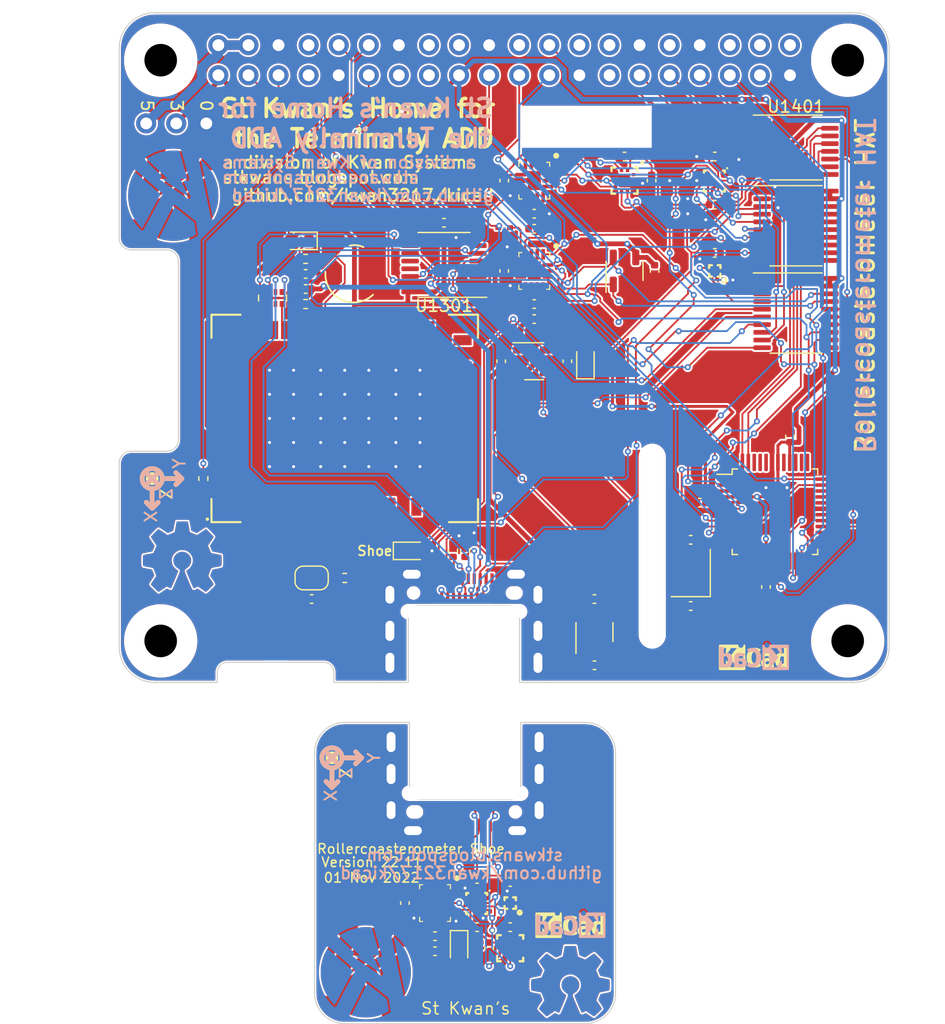
<source format=kicad_pcb>
(kicad_pcb (version 20211014) (generator pcbnew)
  (title_block (date "2022-10-07"))
  (layers (0 "F.Cu" signal) (31 "B.Cu" signal) (34 "B.Paste" user) (35 "F.Paste" user) (36 "B.SilkS" user "B.Silkscreen") (37 "F.SilkS" user "F.Silkscreen") (38 "B.Mask" user) (39 "F.Mask" user) (44 "Edge.Cuts" user))
  (net 0 "")
  (net 1 "+1V8")
  (net 6 "/USB+ Cable/P_INT3")
  (net 8 "/SDA_PI_3V3")
  (net 9 "/SCL_PI_3V3")
  (net 13 "/MOSI_3V3")
  (net 14 "/MISO_3V3")
  (net 18 "/SCK_3V3")
  (net 21 "/GPS/V_BATT")
  (net 22 "/GPS/V_RF--")
  (net 23 "/GPS/VBAT+")
  (net 24 "+3V3")
  (net 25 "/GPS/RF_IN")
  (net 26 "/GPS/V_RF-")
  (net 27 "/GPS/RX{slash}MOSI-")
  (net 28 "/GPS/TX{slash}MISO-")
  (net 29 "/GPS/DP-")
  (net 30 "/GPS/DM-")
  (net 31 "/GPS/TIMEPULSE-")
  (net 32 "/GPS/V_RF")
  (net 63 "GND")
  (net 64 "+5V")
  (net 67 "/USB+ Cable/P_CC1")
  (net 69 "/USB+ Cable/P_INT2")
  (net 70 "/USB+ Cable/P_CC2")
  (net 71 "unconnected-(J302-PadA4)")
  (net 76 "/~{CE0}")
  (net 77 "/USB+ Cable/Q_INT2")
  (net 82 "/CS0")
  (net 83 "/VBUS")
  (net 84 "/D+")
  (net 85 "/D-")
  (net 86 "/CS1")
  (net 87 "/GPS_TX")
  (net 88 "/GPS_RX")
  (net 89 "/USB+ Cable/Q_INT3")
  (net 93 "/CS2")
  (net 100 "/Bus Level Converter/~{CS}_BMP_3V3")
  (net 101 "/Bus Level Converter/~{CS}_BMM_3V3")
  (net 102 "/Bus Level Converter/~{CS}_6D18_3V3")
  (net 103 "/~{CS}_6D33")
  (net 104 "/SDA_PI_1V8")
  (net 105 "/SCL_PI_1V8")
  (net 106 "/~{CS}_6D18_1V8")
  (net 107 "/PPS")
  (net 108 "/TX_PI")
  (net 109 "/RX_PI")
  (net 110 "/UART Multiplexer/TX3")
  (net 111 "/UART Multiplexer/TX2")
  (net 112 "/LPC_TX")
  (net 113 "/LPC_RX")
  (net 114 "/UART Multiplexer/RX2")
  (net 115 "/UART Multiplexer/RX3")
  (net 116 "/UART_S0")
  (net 117 "/Timer/XTAL2")
  (net 118 "/Timer/XTAL1")
  (net 122 "/DRDY_BMP_3V3")
  (net 123 "/DRDY_BMM_3V3")
  (net 125 "/ICM0/INT2{slash}FSYNC{slash}CLKIN")
  (net 126 "/DRDY_6D33_3V3")
  (net 127 "/MOSI_1V8")
  (net 128 "/SCK_1V8")
  (net 131 "/ICM1/INT2{slash}FSYNC{slash}CLKIN")
  (net 133 "/DRDY_6D18_1V8")
  (net 136 "/MISO_1V8")
  (net 137 "/DRDY_BMM_1V8")
  (net 138 "/BMM Mag1/INT")
  (net 139 "/~{CS}_BMM_1V8")
  (net 140 "/DRDY_BMP_1V8")
  (net 141 "/~{CS}_BMP_1V8")
  (net 142 "/Q_GND")
  (net 143 "/Q_1V8")
  (net 144 "/LPC_~{RESET}")
  (net 145 "/DRDY_6D18_3V3")
  (net 146 "/SDA_LPC_1V8")
  (net 147 "/SHOE_INT_1V8")
  (net 148 "/SCL_LPC_1V8")
  (net 149 "/Q_SCL_1V8")
  (net 150 "/Q_SHOE_INT")
  (net 151 "/Q_SDA_1V8")
  (net 157 "/SCL_LPC_3V3")
  (net 158 "/SDA_LPC_3V3")
  (net 168 "/SHOE_INT_3V3")
  (net 170 "/Shoe/ICM Shoe/INT2{slash}FSYNC{slash}CLKIN")
  (net 172 "/Shoe/BMM Mag/INT")
  (net 173 "/Shoe/DRDY_BMM")
  (net 174 "/Shoe/DRDY_BMP")
  (net 175 "/~{CS}_LPC_3V3")
  (net 178 "/P_RET_1V8")
  (net 179 "/P_RET_3V3")
  (footprint "Package_SO:TSSOP-20_4.4x6.5mm_P0.65mm" (layer "F.Cu") (at 202.438 64.77)
    (fp_text reference "U1402" hide)
    (fp_text value "TXS0108" hide)
  )
  (footprint "Capacitor_SMD:C_0402_1005Metric" (layer "F.Cu") (at 194.31 88.138 180)
    (fp_text reference "C1205" hide)
    (fp_text value "100nF" hide)
  )
  (footprint "KwanSystems:Axis" (layer "F.Cu") (at 148.082 86.106 -90)
    (fp_text reference "G101" hide)
    (fp_text value "Axis" hide)
  )
  (footprint "KwanSystems:R_Array_Convex_4x0402" (layer "F.Cu") (at 158.242 70.866 -90)
    (fp_text reference "R239" hide)
    (fp_text value "27" hide)
  )
  (footprint "Capacitor_SMD:C_0402_1005Metric" (layer "F.Cu") (at 190.246 60.96 -90)
    (fp_text reference "C1110" hide)
    (fp_text value "100nF" hide)
  )
  (footprint "KwanSystems:BMP384" (layer "F.Cu") (at 178.308 125.73 90)
    (fp_text reference "U1901" hide)
    (fp_text value "BMP384")
  )
  (footprint "KwanSystems:QFN50P300X250X97-14N" (layer "F.Cu") (at 180.34 68.58 -90)
    (fp_text reference "U601" hide)
    (fp_text value "ICM-42688")
  )
  (footprint "KwanSystems:BMM150" (layer "F.Cu") (at 195.58 60.96)
    (fp_text reference "U901" hide)
    (fp_text value "BMM150")
  )
  (footprint "Capacitor_SMD:C_0402_1005Metric" (layer "F.Cu") (at 195.58 62.992)
    (fp_text reference "C955" hide)
    (fp_text value "100nF" hide)
  )
  (footprint "Resistor_SMD:R_0402_1005Metric" (layer "F.Cu") (at 164.338 94.488)
    (fp_text reference "R407" hide)
    (fp_text value "27" hide)
  )
  (footprint "Capacitor_SMD:C_0402_1005Metric" (layer "F.Cu") (at 175.514 119.888 180)
    (fp_text reference "C1722" hide)
    (fp_text value "100nF" hide)
  )
  (footprint "KwanSystems:ZED-F9x" (layer "F.Cu") (at 164.338 81.026)
    (fp_text reference "U201" hide)
    (fp_text value "ZED_F9R")
  )
  (footprint "KwanSystems:Symbol_KiCAD-Logo_CopperAndSilkScreenTop_small" (layer "F.Cu") (at 198.882 101.092)
    (fp_text reference "G103" hide)
    (fp_text value "DesignedWithKicad" hide)
  )
  (footprint "KwanSystems:OSHW-Symbol_6.7x6mm_SolderMask" (layer "F.Cu") (at 150.622 92.71)
    (fp_text reference "G104" hide)
    (fp_text value "OSHW" hide)
  )
  (footprint "KwanSystems:QFN50P300X250X97-14N" (layer "F.Cu") (at 171.958 121.92 -90)
    (fp_text reference "U1601" hide)
    (fp_text value "ICM-42688")
  )
  (footprint "Capacitor_SMD:C_0402_1005Metric" (layer "F.Cu") (at 161.036 68.834 180)
    (fp_text reference "C236" hide)
    (fp_text value "1uF" hide)
  )
  (footprint "Capacitor_SMD:C_0402_1005Metric" (layer "F.Cu") (at 185.42 96.266)
    (fp_text reference "C405" hide)
    (fp_text value "1uF" hide)
  )
  (footprint "Capacitor_SMD:C_0402_1005Metric" (layer "F.Cu") (at 199.898 95.25 -90)
    (fp_text reference "C1217" hide)
    (fp_text value "100nF" hide)
  )
  (footprint "KwanSystems:AK09918C" (layer "F.Cu") (at 195.58 68.58)
    (fp_text reference "U1001" hide)
    (fp_text value "AK09918")
  )
  (footprint "KwanSystems:PiHAT" (layer "F.Cu") (at 152.4 50.8)
    (fp_text reference "J101" hide)
    (fp_text value "Raspberry_Pi_40" hide)
    (fp_line (start -2.1 32) (end -2.1 17) (layer "Edge.Cuts") (width 0.1))
    (fp_line (start -3.1 16) (end -6.1 16) (layer "Edge.Cuts") (width 0.1))
    (fp_line (start -6.1 33) (end -3.1 33) (layer "Edge.Cuts") (width 0.1))
    (fp_arc (start 57.9 49.5) (mid 57.02132 51.62132) (end 54.9 52.5) (layer "Edge.Cuts") (width 0.1))
    (fp_arc (start -3.1 16) (mid -2.392893 16.292893) (end -2.1 17) (layer "Edge.Cuts") (width 0.1))
    (fp_arc (start 54.9 -4) (mid 57.02132 -3.12132) (end 57.9 -1) (layer "Edge.Cuts") (width 0.1))
    (fp_arc (start -7.1 -1) (mid -6.22132 -3.12132) (end -4.1 -4) (layer "Edge.Cuts") (width 0.1))
    (fp_arc (start -4.1 52.5) (mid -6.22132 51.62132) (end -7.1 49.5) (layer "Edge.Cuts") (width 0.1))
    (fp_arc (start -2.1 32) (mid -2.392893 32.707107) (end -3.1 33) (layer "Edge.Cuts") (width 0.1))
    (fp_arc (start -7.1 34) (mid -6.807107 33.292893) (end -6.1 33) (layer "Edge.Cuts") (width 0.1))
    (fp_arc (start -6.1 16) (mid -6.807107 15.707107) (end -7.1 15) (layer "Edge.Cuts") (width 0.1))
  )
  (footprint "KwanSystems:OSHW-Symbol_6.7x6mm_SolderMask" (layer "F.Cu") (at 183.388 128.524)
    (fp_text reference "G1506" hide)
    (fp_text value "OSHW" hide)
  )
  (footprint "LED_SMD:LED_0603_1608Metric" (layer "F.Cu") (at 184.658 76.2 90)
    (fp_text reference "D501" hide)
    (fp_text value "RED" hide)
  )
  (footprint "Capacitor_SMD:C_0402_1005Metric" (layer "F.Cu") (at 195.58 67.056 180)
    (fp_text reference "C1011" hide)
    (fp_text value "100nF" hide)
  )
  (footprint "Capacitor_SMD:C_0402_1005Metric" (layer "F.Cu") (at 175.514 123.952)
    (fp_text reference "C1755" hide)
    (fp_text value "100nF" hide)
  )
  (footprint "Diode_SMD:D_0603_1608Metric" (layer "F.Cu") (at 160.528 66.04 180)
    (fp_text reference "D201" hide)
    (fp_text value "0.5A/420mV" hide)
  )
  (footprint "Resistor_SMD:R_0402_1005Metric" (layer "F.Cu") (at 152.4 86.106 90)
    (fp_text reference "R253" hide)
    (fp_text value "27")
  )
  (footprint "KwanSystems:AK09918C" (layer "F.Cu") (at 178.308 121.92)
    (fp_text reference "U1801" hide)
    (fp_text value "AK09918")
  )
  (footprint "KwanSystems:USB_C_Amphenol_MidMount_with_cutout" (layer "F.Cu") (at 174.4 103.3)
    (fp_text reference "J301" hide)
    (fp_text value "USB_C_Receptacle")
    (fp_line (start 4.699 0) (end 4.699 -5.6134) (layer "Edge.Cuts") (width 0.1))
    (fp_line (start -4.699 -5.6134) (end -4.699 0) (layer "Edge.Cuts") (width 0.1))
    (fp_line (start 0 -6.477) (end -3.8354 -6.477) (layer "Edge.Cuts") (width 0.1))
    (fp_line (start 3.8354 -6.477) (end 0 -6.477) (layer "Edge.Cuts") (width 0.1))
    (fp_line (start -4.699 0) (end -7 0) (layer "Edge.Cuts") (width 0.1))
    (fp_line (start 4.699 0) (end 7 0) (layer "Edge.Cuts") (width 0.1))
    (fp_arc (start -4.699 -5.6134) (mid -4.446057 -6.224057) (end -3.8354 -6.477) (layer "Edge.Cuts") (width 0.1))
    (fp_arc (start 3.8354 -6.477) (mid 4.446057 -6.224057) (end 4.699 -5.6134) (layer "Edge.Cuts") (width 0.1))
  )
  (footprint "Resistor_SMD:R_0402_1005Metric" (layer "F.Cu") (at 174.498 92.202 -90)
    (fp_text reference "R301" hide)
    (fp_text value "5.1k" hide)
  )
  (footprint "Package_QFP:LQFP-48_7x7mm_P0.5mm" (layer "F.Cu") (at 200.66 88.9)
    (fp_text reference "U1201" hide)
    (fp_text value "LPC2103" hide)
  )
  (footprint "Capacitor_SMD:C_0402_1005Metric" (layer "F.Cu") (at 187.96 58.928 180)
    (fp_text reference "C1101" hide)
    (fp_text value "100nF" hide)
  )
  (footprint "Capacitor_SMD:C_0402_1005Metric" (layer "F.Cu") (at 180.34 63.754)
    (fp_text reference "C808" hide)
    (fp_text value "100nF" hide)
  )
  (footprint "Capacitor_SMD:C_0402_1005Metric" (layer "F.Cu") (at 177.8 60.96 -90)
    (fp_text reference "C805" hide)
    (fp_text value "10nF" hide)
  )
  (footprint "Capacitor_SMD:C_0402_1005Metric" (layer "F.Cu") (at 185.42 101.854)
    (fp_text reference "C401" hide)
    (fp_text value "1uF" hide)
  )
  (footprint "KwanSystems:QFN50P300X250X97-14N" (layer "F.Cu") (at 180.34 60.96 -90)
    (fp_text reference "U801" hide)
    (fp_text value "ICM-42688")
  )
  (footprint "Capacitor_SMD:C_0402_1005Metric" (layer "F.Cu") (at 161.544 96.266)
    (fp_text reference "C201" hide)
    (fp_text value "47pF" hide)
  )
  (footprint "Capacitor_SMD:C_0402_1005Metric" (layer "F.Cu") (at 169.418 121.92 -90)
    (fp_text reference "C1605" hide)
    (fp_text value "10nF" hide)
  )
  (footprint "KwanSystems:SMA-EDGE" (layer "F.Cu") (at 158.496 99.314 180)
    (fp_text reference "J201" hide)
    (fp_text value "SMA" hide)
  )
  (footprint "Capacitor_SMD:C_0402_1005Metric" (layer "F.Cu") (at 172.72 64.516)
    (fp_text reference "C1301" hide)
    (fp_text value "100nF" hide)
  )
  (footprint "Connector_PinHeader_2.54mm:PinHeader_1x03_P2.54mm_Horizontal" (layer "F.Cu") (at 152.654 56.134 -90)
    (fp_text reference "J102" hide)
    (fp_text value "Conn_01x03" hide)
  )
  (footprint "KwanSystems:Coin_Cell_ML414H" (layer "F.Cu") (at 165.1 68.834 90)
    (fp_text reference "B201" hide)
    (fp_text value "ML414H" hide)
  )
  (footprint "Capacitor_SMD:C_0402_1005Metric" (layer "F.Cu") (at 190.5 68.58 -90)
    (fp_text reference "C704" hide)
    (fp_text value "100nF" hide)
  )
  (footprint "Capacitor_SMD:C_0402_1005Metric" (layer "F.Cu") (at 161.036 70.104 180)
    (fp_text reference "C238" hide)
    (fp_text value "1uF" hide)
  )
  (footprint "Resistor_SMD:R_0402_1005Metric" (layer "F.Cu") (at 173.482 92.202 -90)
    (fp_text reference "R302" hide)
    (fp_text value "5.1k" hide)
  )
  (footprint "Capacitor_SMD:C_0402_1005Metric" (layer "F.Cu") (at 183.134 76.2 -90)
    (fp_text reference "C505" hide)
    (fp_text value "1uF" hide)
  )
  (footprint "KwanSystems:USB_C_Amphenol_MidMount_with_cutout" (layer "F.Cu") (at 174.498 106.68 180)
    (fp_text reference "J302" hide)
    (fp_text value "USB_C_Receptacle")
    (fp_line (start 3.8354 -6.477) (end 0 -6.477) (layer "Edge.Cuts") (width 0.1))
    (fp_line (start 4.699 0) (end 7 0) (layer "Edge.Cuts") (width 0.1))
    (fp_line (start -4.699 -5.6134) (end -4.699 0) (layer "Edge.Cuts") (width 0.1))
    (fp_line (start -4.699 0) (end -7 0) (layer "Edge.Cuts") (width 0.1))
    (fp_line (start 0 -6.477) (end -3.8354 -6.477) (layer "Edge.Cuts") (width 0.1))
    (fp_line (start 4.699 0) (end 4.699 -5.6134) (layer "Edge.Cuts") (width 0.1))
    (fp_arc (start 3.8354 -6.477) (mid 4.446057 -6.224057) (end 4.699 -5.6134) (layer "Edge.Cuts") (width 0.1))
    (fp_arc (start -4.699 -5.6134) (mid -4.446057 -6.224057) (end -3.8354 -6.477) (layer "Edge.Cuts") (width 0.1))
  )
  (footprint "Capacitor_SMD:C_0402_1005Metric" (layer "F.Cu") (at 177.546 76.2 90)
    (fp_text reference "C501" hide)
    (fp_text value "1uF" hide)
  )
  (footprint "Capacitor_SMD:C_0402_1005Metric" (layer "F.Cu") (at 201.93 82.55 90)
    (fp_text reference "C1240" hide)
    (fp_text value "100nF" hide)
  )
  (footprint "Capacitor_SMD:C_0402_1005Metric" (layer "F.Cu") (at 177.8 68.58 -90)
    (fp_text reference "C605" hide)
    (fp_text value "10nF" hide)
  )
  (footprint "KwanSystems:BMM150" (layer "F.Cu") (at 175.514 121.92)
    (fp_text reference "U1701" hide)
    (fp_text value "BMM150")
  )
  (footprint "Package_TO_SOT_SMD:SOT-23-6" (layer "F.Cu") (at 187.96 68.58 90)
    (fp_text reference "U701" hide)
    (fp_text value "TLE493D-W2B6" hide)
  )
  (footprint "Capacitor_SMD:C_0402_1005Metric" (layer "F.Cu") (at 193.548 91.27 180)
    (fp_text reference "C1211" hide)
    (fp_text value "22pF" hide)
  )
  (footprint "KwanSystems:R_Array_Convex_2x0402" (layer "F.Cu") (at 177.8 65.278)
    (fp_text reference "R1301")
    (fp_text value "10k")
  )
  (footprint "Package_SO:TSSOP-20_4.4x6.5mm_P0.65mm" (layer "F.Cu") (at 202.438 72.136)
    (fp_text reference "U1403" hide)
    (fp_text value "TXS0108" hide)
  )
  (footprint "Capacitor_SMD:C_0402_1005Metric" (layer "F.Cu") (at 178.308 123.952)
    (fp_text reference "C1910" hide)
    (fp_text value "100nF" hide)
  )
  (footprint "KwanSystems:Axis" (layer "F.Cu") (at 163.258264 109.664264 -90)
    (fp_text reference "G1501" hide)
    (fp_text value "Axis" hide)
  )
  (footprint "Package_SO:TSSOP-16_4.4x5mm_P0.65mm" (layer "F.Cu") (at 202.438 58.166)
    (fp_text reference "U1401")
    (fp_text value "74LS138")
  )
  (footprint "Capacitor_SMD:C_0402_1005Metric" (layer "F.Cu") (at 195.58 58.928)
    (fp_text reference "C922" hide)
    (fp_text value "100nF" hide)
  )
  (footprint "Resistor_SMD:R_0402_1005Metric" (layer "F.Cu") (at 161.036 71.374 180)
    (fp_text reference "R238" hide)
    (fp_text value "100k" hide)
  )
  (footprint "LED_SMD:LED_0603_1608Metric" (layer "F.Cu") (at 169.926 92.202)
    (fp_text reference "D301" hide)
    (fp_text value "RED" hide)
  )
  (footprint "Package_TO_SOT_SMD:SOT-23-5" (layer "F.Cu") (at 185.42 99.06 90)
    (fp_text reference "U401" hide)
    (fp_text value "TCR2EF 3.3V" hide)
  )
  (footprint "KwanSystems:Symbol_KiCAD-Logo_CopperAndSilkScreenTop_small" (layer "F.Cu") (at 183.388 123.698)
    (fp_text reference "G1503" hide)
    (fp_text value "DesignedWithKicad" hide)
  )
  (footprint "Crystal:Crystal_SMD_Abracon_ABM8G-4Pin_3.2x2.5mm" (layer "F.Cu") (at 193.548 94.064 90)
    (fp_text reference "Y1201" hide)
    (fp_text value "12MHz" hide)
  )
  (footprint "Capacitor_SMD:C_0402_1005Metric" (layer "F.Cu") (at 180.34 65.024)
    (fp_text reference "C806" hide)
    (fp_text value "2.2uF" hide)
  )
  (footprint "Capacitor_SMD:C_0402_1005Metric" (layer "F.Cu") (at 176.53 125.73 -90)
    (fp_text reference "C1901" hide)
    (fp_text value "100nF" hide)
  )
  (footprint "Inductor_SMD:L_0402_1005Metric" (layer "F.Cu") (at 158.75 94.488)
    (fp_text reference "L201" hide)
    (fp_text value "Ferrite 120NH" hide)
  )
  (footprint "Capacitor_SMD:C_0402_1005Metric" (layer "F.Cu") (at 193.548 96.858)
    (fp_text reference "C1212" hide)
    (fp_text value "22pF" hide)
  )
  (footprint "KwanSystems:BMP384" (layer "F.Cu") (at 187.96 60.96)
    (fp_text reference "U1101" hide)
    (fp_text value "BMP384")
  )
  (footprint "Package_SO:TSSOP-16_4.4x5mm_P0.65mm" (layer "F.Cu") (at 172.72 68.072 180)
    (fp_text reference "U1301")
    (fp_text value "743253")
  )
  (footprint "Capacitor_SMD:C_0402_1005Metric" (layer "F.Cu") (at 180.34 72.644)
    (fp_text reference "C606" hide)
    (fp_text value "2.2uF" hide)
  )
  (footprint "Capacitor_SMD:C_0402_1005Metric" (layer "F.Cu") (at 171.958 124.714)
    (fp_text reference "C1608" hide)
    (fp_text value "100nF" hide)
  )
  (footprint "Capacitor_SMD:C_0402_1005Metric" (layer "F.Cu") (at 180.34 71.374)
    (fp_text reference "C608" hide)
    (fp_text value "100nF" hide)
  )
  (footprint "KwanSystems:SolderJumper-2_P1.3mm_MaskBridged_RoundedPad1.0x1.5mm" (layer "F.Cu") (at 161.544 94.488)
    (fp_text reference "J202" hide)
    (fp_text value "NormallyClosed" hide)
  )
  (footprint "KwanSystems:StKwansSoldermask" (layer "F.Cu") (at 149.86 62.23)
    (fp_text reference "G102" hide)
    (fp_text value "KwanSystems" hide)
  )
  (footprint "KwanSystems:StKwansSoldermask" (layer "F.Cu") (at 166.116 127.762)
    (fp_text reference "G1505" hide)
    (fp_text value "KwanSystems" hide)
  )
  (footprint "LED_SMD:LED_0603_1608Metric" (layer "F.Cu") (at 173.99 125.73 -90)
    (fp_text reference "D302" hide)
    (fp_text value "RED" hide)
  )
  (footprint "Capacitor_SMD:C_0402_1005Metric" (layer "F.Cu") (at 178.308 120.142 180)
    (fp_text reference "C1811" hide)
    (fp_text value "100nF" hide)
  )
  (footprint "Resistor_SMD:R_0402_1005Metric" (layer "F.Cu") (at 161.036 67.564)
    (fp_text reference "R436" hide)
    (fp_text value "5.1k" hide)
  )
  (footprint "Capacitor_SMD:C_0402_1005Metric" (layer "F.Cu") (at 171.958 125.984)
    (fp_text reference "C1606" hide)
    (fp_text value "2.2uF" hide)
  )
  (footprint "Package_TO_SOT_SMD:SOT-23-5" (layer "F.Cu") (at 180.34 76.2)
    (fp_text reference "U501" hide)
    (fp_text value "TCR2EF 1.8V" hide)
  )
  (footprint "KwanSystems:StKwansSoldermask" (layer "B.Cu") (at 149.86 62.23 180)
    (fp_text reference "G105" hide)
    (fp_text value "KwanSystems" hide)
  )
  (footprint "KwanSystems:Symbol_KiCAD-Logo_CopperAndSilkScreenTop_small" (layer "B.Cu") (at 183.388 123.698 180)
    (fp_text reference "G1507" hide)
    (fp_text value "DesignedWithKicad" hide)
  )
  (footprint "KwanSystems:Symbol_KiCAD-Logo_CopperAndSilkScreenTop_small" (layer "B.Cu") (at 198.882 101.092 180)
    (fp_text reference "G107" hide)
    (fp_text value "DesignedWithKicad" hide)
  )
  (footprint "KwanSystems:StKwansSoldermask" (layer "B.Cu") (at 166.116 127.762 180)
    (fp_text reference "G1502" hide)
    (fp_text value "KwanSystems" hide)
  )
  (footprint "KwanSystems:OSHW-Symbol_6.7x6mm_SolderMask" (layer "B.Cu") (at 183.388 128.524 180)
    (fp_text reference "G1504" hide)
    (fp_text value "OSHW" hide)
  )
  (footprint "KwanSystems:OSHW-Symbol_6.7x6mm_SolderMask" (layer "B.Cu") (at 150.622 92.71 180)
    (fp_text reference "G106" hide)
    (fp_text value "OSHW" hide)
  )
  (gr_line (start 145.3 84.8) (end 145.3 100.3) (layer "Edge.Cuts") (width 0.1))
  (gr_line (start 207.3 46.8) (end 148.3 46.8) (layer "Edge.Cuts") (width 0.1))
  (gr_line (start 202.4 103.3) (end 181.4 103.3) (layer "Edge.Cuts") (width 0.1))
  (gr_line (start 164.338 106.68) (end 167.498 106.68) (layer "Edge.Cuts") (width 0.1))
  (gr_arc (start 184.658 106.68) (mid 186.454051 107.423949) (end 187.198 109.22) (layer "Edge.Cuts") (width 0.1))
  (gr_arc (start 161.798 109.22) (mid 162.541949 107.423949) (end 164.338 106.68) (layer "Edge.Cuts") (width 0.1))
  (gr_line (start 153.5684 102.4636) (end 153.5684 103.3) (layer "Edge.Cuts") (width 0.1))
  (gr_line (start 184.658 132.08) (end 164.338 132.08) (layer "Edge.Cuts") (width 0.1))
  (gr_line (start 163.4236 103.3) (end 167.4 103.3) (layer "Edge.Cuts") (width 0.1))
  (gr_line (start 161.798 129.54) (end 161.798 109.22) (layer "Edge.Cuts") (width 0.1))
  (gr_line (start 148.3 103.3) (end 152.4 103.3) (layer "Edge.Cuts") (width 0.1))
  (gr_line (start 152.4 103.3) (end 153.5684 103.3) (layer "Edge.Cuts") (width 0.1))
  (gr_arc (start 153.5684 102.4636) (mid 153.821343 101.852943) (end 154.432 101.6) (layer "Edge.Cuts") (width 0.1))
  (gr_line (start 162.56 101.6) (end 154.432 101.6) (layer "Edge.Cuts") (width 0.1))
  (gr_line (start 163.4236 103.3) (end 163.4236 102.4636) (layer "Edge.Cuts") (width 0.1))
  (gr_arc (start 162.56 101.6) (mid 163.170657 101.852943) (end 163.4236 102.4636) (layer "Edge.Cuts") (width 0.1))
  (gr_line (start 207.3 103.3) (end 202.4 103.3) (layer "Edge.Cuts") (width 0.1))
  (gr_line (start 187.198 109.22) (end 187.198 129.54) (layer "Edge.Cuts") (width 0.1))
  (gr_line (start 181.498 106.68) (end 184.658 106.68) (layer "Edge.Cuts") (width 0.1))
  (gr_line (start 210.3 100.3) (end 210.3 49.8) (layer "Edge.Cuts") (width 0.1))
  (gr_arc (start 164.338 132.08) (mid 162.541949 131.336051) (end 161.798 129.54) (layer "Edge.Cuts") (width 0.1))
  (gr_arc (start 187.198 129.54) (mid 186.454051 131.336051) (end 184.658 132.08) (layer "Edge.Cuts") (width 0.1))
  (gr_line (start 145.3 49.8) (end 145.3 65.8) (layer "Edge.Cuts") (width 0.1))
  (gr_text "Rollercoasterometer HAT\n" (at 208.257535 69.827144 -90) (layer "B.SilkS") (effects (font (size 1.524 1.524) (thickness 0.254)) (justify mirror)))
  (gr_text "Rollercoasterometer Shoe" (at 169.926 117.348) (layer "F.SilkS") (effects (font (size 0.8128 0.8128) (thickness 0.127))))
  (gr_text "Shoe" (at 166.878 92.202) (layer "F.SilkS") (effects (font (size 0.8128 0.8128) (thickness 0.1524))))
  (gr_text "Version 22.11\n01 Nov 2022" (at 166.624 119.126) (layer "F.SilkS") (effects (font (size 0.8128 0.8128) (thickness 0.127))))
  (gr_text "Rollercoasterometer HAT\n" (at 208.28 69.85 90) (layer "F.SilkS") (effects (font (size 1.524 1.524) (thickness 0.254))))
  (segment (start 196.904 68.38) (end 198.385 69.861) (width 0.1524) (layer "F.Cu") (net 1))
  (segment (start 186.944 80.01) (end 186.944 75.641) (width 0.254) (layer "F.Cu") (net 1))
  (segment (start 178.609889 59.642111) (end 178.609889 59.483889) (width 0.1524) (layer "F.Cu") (net 1))
  (segment (start 178.609889 59.483889) (end 179.703898 58.38988) (width 0.1524) (layer "F.Cu") (net 1))
  (segment (start 190.246 59.69) (end 189.484 58.928) (width 0.1524) (layer "F.Cu") (net 1))
  (segment (start 195.78 67.336) (end 196.06 67.056) (width 0.1524) (layer "F.Cu") (net 1))
  (segment (start 201.422 62.992) (end 201.422 69.85) (width 0.1524) (layer "F.Cu") (net 1))
  (segment (start 194.79 88.138) (end 194.79 82.832) (width 0.254) (layer "F.Cu") (net 1))
  (segment (start 190.246 60.48) (end 190.226 60.46) (width 0.1524) (layer "F.Cu") (net 1))
  (segment (start 195.1 62.992) (end 195.014 62.906) (width 0.1524) (layer "F.Cu") (net 1))
  (segment (start 195.1 62.992) (end 193.24369 64.84831) (width 0.1524) (layer "F.Cu") (net 1))
  (segment (start 194.690049 66.344311) (end 195.348311 66.344311) (width 0.1524) (layer "F.Cu") (net 1))
  (segment (start 190.226 60.46) (end 188.7175 60.46) (width 0.1524) (layer "F.Cu") (net 1))
  (segment (start 182.664 75.25) (end 183.134 75.72) (width 0.1524) (layer "F.Cu") (net 1))
  (segment (start 186.7155 75.4125) (end 193.602306 68.525694) (width 0.1524) (layer "F.Cu") (net 1))
  (segment (start 179.17 60.48) (end 179.19 60.46) (width 0.1524) (layer "F.Cu") (net 1))
  (segment (start 194.08612 58.38988) (end 195.52188 58.38988) (width 0.1524) (layer "F.Cu") (net 1))
  (segment (start 177.8 60.48) (end 179.17 60.48) (width 0.1524) (layer "F.Cu") (net 1))
  (segment (start 190.78412 61.01812) (end 190.78412 62.430342) (width 0.1524) (layer "F.Cu") (net 1))
  (segment (start 179.86 63.754) (end 179.59 63.484) (width 0.1524) (layer "F.Cu") (net 1))
  (segment (start 177.8 60.452) (end 178.609889 59.642111) (width 0.1524) (layer "F.Cu") (net 1))
  (segment (start 175.275 94.55) (end 175.275 93.965) (width 0.1524) (layer "F.Cu") (net 1))
  (segment (start 190.246 60.48) (end 190.246 59.69) (width 0.1524) (layer "F.Cu") (net 1))
  (segment (start 194.56188 58.38988) (end 194.08612 58.38988) (width 0.1524) (layer "F.Cu") (net 1))
  (segment (start 177.8 60.48) (end 177.26188 61.01812) (width 0.1524) (layer "F.Cu") (net 1))
  (segment (start 196.596 80.01) (end 190.246 80.01) (width 0.254) (layer "F.Cu") (net 1))
  (segment (start 195.1 59.44998) (end 195.1 58.928) (width 0.1524) (layer "F.Cu") (net 1))
  (segment (start 184.658 75.4125) (end 183.4415 75.4125) (width 0.1524) (layer "F.Cu") (net 1))
  (segment (start 193.602306 67.030101) (end 194.004259 67.030101) (width 0.1524) (layer "F.Cu") (net 1))
  (segment (start 190.246 60.48) (end 190.78412 61.01812) (width 0.1524) (layer "F.Cu") (net 1))
  (segment (start 193.24369 66.671485) (end 193.602306 67.030101) (width 0.1524) (layer "F.Cu") (net 1))
  (segment (start 181.4775 75.25) (end 182.664 75.25) (width 0.1524) (layer "F.Cu") (net 1))
  (segment (start 195.78 68.38) (end 196.904 68.38) (width 0.1524) (layer "F.Cu") (net 1))
  (segment (start 199.5755 69.861) (end 198.385 69.861) (width 0.1524) (layer "F.Cu") (net 1))
  (segment (start 194.004259 67.030101) (end 194.690049 66.344311) (width 0.1524) (layer "F.Cu") (net 1))
  (segment (start 179.86 63.754) (end 179.86 65.024) (width 0.1524) (layer "F.Cu") (net 1))
  (segment (start 196.4975 88.15) (end 194.802 88.15) (width 0.254) (layer "F.Cu") (net 1))
  (segment (start 179.703898 58.38988) (end 187.90188 58.38988) (width 0.1524) (layer "F.Cu") (net 1))
  (segment (start 186.944 75.641) (end 186.7155 75.4125) (width 0.254) (layer "F.Cu") (net 1))
  (segment (start 199.5755 62.495) (end 200.127031 62.495) (width 0.1524) (layer "F.Cu") (net 1))
  (segment (start 177.8 60.48) (end 177.8 60.452) (width 0.1524) (layer "F.Cu") (net 1))
  (segment (start 179.59 63.484) (end 179.59 62.36) (width 0.1524) (layer "F.Cu") (net 1))
  (segment (start 195.1 58.928) (end 194.56188 58.38988) (width 0.1524) (layer "F.Cu") (net 1))
  (segment (start 175.275 93.965) (end 175.768 93.472) (width 0.1524) (layer "F.Cu") (net 1))
  (segment (start 177.26188 61.94588) (end 177.8 62.484) (width 0.1524) (layer "F.Cu") (net 1))
  (segment (start 195.78 68.38) (end 195.78 67.336) (width 0.1524) (layer "F.Cu") (net 1))
  (segment (start 190.02212 58.38988) (end 194.08612 58.38988) (width 0.1524) (layer "F.Cu") (net 1))
  (segment (start 187.90188 58.38988) (end 188.44 58.928) (width 0.1524) (layer "F.Cu") (net 1))
  (segment (start 190.78412 62.430342) (end 191.345778 62.992) (width 0.1524) (layer "F.Cu") (net 1))
  (segment (start 195.863 60.21298) (end 195.1 59.44998) (width 0.1524) (layer "F.Cu") (net 1))
  (segment (start 183.4415 75.4125) (end 183.134 75.72) (width 0.1524) (layer "F.Cu") (net 1))
  (segment (start 195.348311 66.344311) (end 196.06 67.056) (width 0.1524) (layer "F.Cu") (net 1))
  (segment (start 195.863 60.677) (end 195.863 60.21298) (width 0.1524) (layer "F.Cu") (net 1))
  (segment (start 186.7155 75.4125) (end 184.658 75.4125) (width 0.254) (layer "F.Cu") (net 1))
  (segment (start 194.79 82.832) (end 197.104 80.518) (width 0.254) (layer "F.Cu") (net 1))
  (segment (start 177.8 62.484) (end 176.443103 63.840897) (width 0.1524) (layer "F.Cu") (net 1))
  (segment (start 177.8 62.484) (end 179.07 63.754) (width 0.1524) (layer "F.Cu") (net 1))
  (segment (start 200.138031 62.484) (end 200.914 62.484) (width 0.1524) (layer "F.Cu") (net 1))
  (segment (start 201.411 69.861) (end 199.5755 69.861) (width 0.1524) (layer "F.Cu") (net 1))
  (segment (start 188.44 59.8725) (end 188.21 60.1025) (width 0.1524) (layer "F.Cu") (net 1))
  (segment (start 179.07 63.754) (end 179.86 63.754) (width 0.1524) (layer "F.Cu") (net 1))
  (segment (start 200.914 62.484) (end 201.422 62.992) (width 0.1524) (layer "F.Cu") (net 1))
  (segment (start 189.484 58.928) (end 190.02212 58.38988) (width 0.1524) (layer "F.Cu") (net 1))
  (segment (start 188.44 58.928) (end 188.44 59.8725) (width 0.1524) (layer "F.Cu") (net 1))
  (segment (start 195.014 62.906) (end 195.014 61.526) (width 0.1524) (layer "F.Cu") (net 1))
  (segment (start 189.484 58.928) (end 188.44 58.928) (width 0.1524) (layer "F.Cu") (net 1))
  (segment (start 200.127031 62.495) (end 200.138031 62.484) (width 0.1524) (layer "F.Cu") (net 1))
  (segment (start 191.345778 62.992) (end 195.1 62.992) (width 0.1524) (layer "F.Cu") (net 1))
  (segment (start 194.802 88.15) (end 194.79 88.138) (width 0.254) (layer "F.Cu") (net 1))
  (segment (start 197.104 80.518) (end 196.596 80.01) (width 0.254) (layer "F.Cu") (net 1))
  (segment (start 193.602306 68.525694) (end 193.602306 67.030101) (width 0.1524) (layer "F.Cu") (net 1))
  (segment (start 175.768 93.472) (end 175.768 92.71) (width 0.1524) (layer "F.Cu") (net 1))
  (segment (start 193.24369 64.84831) (end 193.24369 66.671485) (width 0.1524) (layer "F.Cu") (net 1))
  (segment (start 177.26188 61.01812) (end 177.26188 61.94588) (width 0.1524) (layer "F.Cu") (net 1))
  (segment (start 201.422 69.85) (end 201.411 69.861) (width 0.1524) (layer "F.Cu") (net 1))
  (via (at 175.768 92.71) (size 0.508) (drill 0.254) (layers "F.Cu" "B.Cu") (net 1))
  (via (at 186.944 80.01) (size 0.508) (drill 0.254) (layers "F.Cu" "B.Cu") (net 1))
  (via (at 176.443103 63.840897) (size 0.508) (drill 0.254) (layers "F.Cu" "B.Cu") (net 1))
  (via (at 190.246 80.01) (size 0.508) (drill 0.254) (layers "F.Cu" "B.Cu") (net 1))
  (segment (start 190.246 80.01) (end 186.944 80.01) (width 0.254) (layer "B.Cu") (net 1))
  (segment (start 161.544 70.866) (end 161.544 69.596) (width 0.1524) (layer "B.Cu") (net 1))
  (segment (start 176.443103 65.872897) (end 176.443103 63.840897) (width 0.1524) (layer "B.Cu") (net 1))
  (segment (start 162.052 71.374) (end 161.544 70.866) (width 0.1524) (layer "B.Cu") (net 1))
  (segment (start 175.006 67.31) (end 176.443103 65.872897) (width 0.1524) (layer "B.Cu") (net 1))
  (segment (start 163.83 67.31) (end 175.006 67.31) (width 0.1524) (layer "B.Cu") (net 1))
  (segment (start 161.544 69.596) (end 163.83 67.31) (width 0.1524) (layer "B.Cu") (net 1))
  (segment (start 175.768 92.71) (end 175.768 76.708) (width 0.1524) (layer "B.Cu") (net 1))
  (segment (start 175.768 76.708) (end 170.434 71.374) (width 0.1524) (layer "B.Cu") (net 1))
  (segment (start 170.434 71.374) (end 162.052 71.374) (width 0.1524) (layer "B.Cu") (net 1))
  (segment (start 162.56 58.42) (end 162.56 62.23) (width 0.1524) (layer "F.Cu") (net 8))
  (segment (start 186.532 68.23) (end 184.519832 68.23) (width 0.1524) (layer "F.Cu") (net 8))
  (segment (start 203.809 70.511) (end 205.3005 70.511) (width 0.1524) (layer "F.Cu") (net 8))
  (segment (start 187.01 67.752) (end 186.532 68.23) (width 0.1524) (layer "F.Cu") (net 8))
  (segment (start 187.01 67.4425) (end 187.01 68.138) (width 0.1524) (layer "F.Cu") (net 8))
  (segment (start 187.01 68.138) (end 187.452 68.58) (width 0.1524) (layer "F.Cu") (net 8))
  (segment (start 156.21 52.07) (end 162.56 58.42) (width 0.1524) (layer "F.Cu") (net 8))
  (segment (start 203.708 70.612) (end 203.809 70.511) (width 0.1524) (layer "F.Cu") (net 8))
  (segment (start 184.519832 68.23) (end 183.1599 69.589932) (width 0.1524) (layer "F.Cu") (net 8))
  (segment (start 187.01 67.4425) (end 187.01 67.752) (width 0.1524) (layer "F.Cu") (net 8))
  (via (at 203.708 70.612) (size 0.508) (drill 0.254) (layers "F.Cu" "B.Cu") (net 8))
  (via (at 183.1599 69.589932) (size 0.508) (drill 0.254) (layers "F.Cu" "B.Cu") (net 8))
  (via (at 162.56 62.23) (size 0.508) (drill 0.254) (layers "F.Cu" "B.Cu") (net 8))
  (via (at 187.452 68.58) (size 0.508) (drill 0.254) (layers "F.Cu" "B.Cu") (net 8))
  (segment (start 176.301899 63.017899) (end 182.873932 69.589932) (width 0.1524) (layer "B.Cu") (net 8))
  (segment (start 163.347899 63.017899) (end 176.301899 63.017899) (width 0.1524) (layer "B.Cu") (net 8))
  (segment (start 182.873932 69.589932) (end 183.1599 69.589932) (width 0.1524) (layer "B.Cu") (net 8))
  (segment (start 187.452 68.58) (end 190.016411 71.144411) (width 0.1524) (layer "B.Cu") (net 8))
  (segment (start 190.016411 71.144411) (end 203.175589 71.144411) (width 0.1524) (layer "B.Cu") (net 8))
  (segment (start 203.175589 71.144411) (end 203.708 70.612) (width 0.1524) (layer "B.Cu") (net 8))
  (segment (start 162.56 62.23) (end 163.347899 63.017899) (width 0.1524) (layer "B.Cu") (net 8))
  (segment (start 184.619877 70.072033) (end 182.960206 70.072033) (width 0.1524) (layer "F.Cu") (net 9))
  (segment (start 184.97441 69.7175) (end 184.619877 70.072033) (width 0.1524) (layer "F.Cu") (net 9))
  (segment (start 158.75 53.928191) (end 158.75 52.07) (width 0.1524) (layer "F.Cu") (net 9))
  (segment (start 182.677799 69.789626) (end 182.677799 69.390238) (width 0.1524) (layer "F.Cu") (net 9))
  (segment (start 182.677799 69.390238) (end 182.960206 69.107831) (width 0.1524) (layer "F.Cu") (net 9))
  (segment (start 182.960206 69.107831) (end 182.960206 68.834) (width 0.1524) (layer "F.Cu") (net 9))
  (segment (start 163.576 58.754191) (end 158.75 53.928191) (width 0.1524) (layer "F.Cu") (net 9))
  (segment (start 187.01 70.678) (end 187.452 71.12) (width 0.1524) (layer "F.Cu") (net 9))
  (segment (start 187.01 69.7175) (end 187.01 70.678) (width 0.1524) (layer "F.Cu") (net 9))
  (segment (start 182.960206 68.834) (end 182.674248 68.548042) (width 0.1524) (layer "F.Cu") (net 9))
  (segment (start 182.960206 70.072033) (end 182.677799 69.789626) (width 0.1524) (layer "F.Cu") (net 9))
  (segment (start 204.001206 71.161) (end 203.637313 71.524893) (width 0.1524) (layer "F.Cu") (net 9))
  (segment (start 163.576 58.928) (end 163.576 58.754191) (width 0.1524) (layer "F.Cu") (net 9))
  (segment (start 205.3005 71.161) (end 204.001206 71.161) (width 0.1524) (layer "F.Cu") (net 9))
  (segment (start 187.01 69.7175) (end 184.97441 69.7175) (width 0.1524) (layer "F.Cu") (net 9))
  (via (at 163.576 58.928) (size 0.508) (drill 0.254) (layers "F.Cu" "B.Cu") (net 9))
  (via (at 182.674248 68.548042) (size 0.508) (drill 0.254) (layers "F.Cu" "B.Cu") (net 9))
  (via (at 187.452 71.12) (size 0.508) (drill 0.254) (layers "F.Cu" "B.Cu") (net 9))
  (via (at 203.637313 71.524893) (size 0.508) (drill 0.254) (layers "F.Cu" "B.Cu") (net 9))
  (segment (start 176.666001 62.713589) (end 182.500454 68.548042) (width 0.1524) (layer "B.Cu") (net 9))
  (segment (start 163.576 58.928) (end 167.361589 62.713589) (width 0.1524) (layer "B.Cu") (net 9))
  (segment (start 187.452 71.12) (end 187.856893 71.524893) (width 0.1524) (layer "B.Cu") (net 9))
  (segment (start 167.361589 62.713589) (end 176.666001 62.713589) (width 0.1524) (layer "B.Cu") (net 9))
  (segment (start 182.500454 68.548042) (end 182.674248 68.548042) (width 0.1524) (layer "B.Cu") (net 9))
  (segment (start 187.856893 71.524893) (end 203.637313 71.524893) (width 0.1524) (layer "B.Cu") (net 9))
  (segment (start 201.168 74.676) (end 201.168 76.2) (width 0.1524) (layer "F.Cu") (net 13))
  (segment (start 192.278 73.66) (end 192.532 73.66) (width 0.1524) (layer "F.Cu") (net 13))
  (segment (start 176.53 52.07) (end 176.53 61.976) (width 0.1524) (layer "F.Cu") (net 13))
  (segment (start 205.3005 74.411) (end 204.227 74.411) (width 0.1524) (layer "F.Cu") (net 13))
  (segment (start 203.987899 74.650101) (end 203.987899 76.479899) (width 0.1524) (layer "F.Cu") (net 13))
  (segment (start 189.484 76.454) (end 192.278 73.66) (width 0.1524) (layer "F.Cu") (net 13))
  (segment (start 181.49 68.08) (end 181.872553 68.08) (width 0.1524) (layer "F.Cu") (net 13))
  (segment (start 203.428111 91.160111) (end 202.946 90.678) (width 0.1524) (layer "F.Cu") (net 13))
  (segment (start 201.168 76.2) (end 201.422 76.454) (width 0.1524) (layer "F.Cu") (net 13))
  (segment (start 203.41 93.0625) (end 203.428111 93.044389) (width 0.1524) (layer "F.Cu") (net 13))
  (segment (start 204.227 74.411) (end 203.987899 74.650101) (width 0.1524) (layer "F.Cu") (net 13))
  (segment (start 181.872553 68.08) (end 182.29338 67.659173) (width 0.1524) (layer "F.Cu") (net 13))
  (segment (start 203.428111 93.044389) (end 203.428111 91.160111) (width 0.1524) (layer "F.Cu") (net 13))
  (via (at 201.168 74.676) (size 0.508) (drill 0.254) (layers "F.Cu" "B.Cu") (net 13))
  (via (at 182.29338 67.659173) (size 0.508) (drill 0.254) (layers "F.Cu" "B.Cu") (net 13))
  (via (at 176.53 61.976) (size 0.508) (drill 0.254) (layers "F.Cu" "B.Cu") (net 13))
  (via (at 201.422 76.454) (size 0.508) (drill 0.254) (layers "F.Cu" "B.Cu") (net 13))
  (via (at 202.946 90.678) (size 0.508) (drill 0.254) (layers "F.Cu" "B.Cu") (net 13))
  (via (at 203.987899 76.479899) (size 0.508) (drill 0.254) (layers "F.Cu" "B.Cu") (net 13))
  (via (at 189.484 76.454) (size 0.508) (drill 0.254) (layers "F.Cu" "B.Cu") (net 13))
  (via (at 192.532 73.66) (size 0.508) (drill 0.254) (layers "F.Cu" "B.Cu") (net 13))
  (segment (start 183.642 68.834) (end 183.642 69.85) (width 0.1524) (layer "B.Cu") (net 13))
  (segment (start 182.29338 67.659173) (end 182.467173 67.659173) (width 0.1524) (layer "B.Cu") (net 13))
  (segment (start 199.39 72.898) (end 201.168 74.676) (width 0.1524) (layer "B.Cu") (net 13))
  (segment (start 202.946 90.678) (end 203.987899 89.636101) (width 0.1524) (layer "B.Cu") (net 13))
  (segment (start 203.962 76.454) (end 203.987899 76.479899) (width 0.1524) (layer "B.Cu") (net 13))
  (segment (start 189.23 76.454) (end 189.484 76.454) (width 0.1524) (layer "B.Cu") (net 13))
  (segment (start 183.642 69.85) (end 183.134 70.358) (width 0.1524) (layer "B.Cu") (net 13))
  (segment (start 176.802515 61.976) (end 182.29338 67.466865) (width 0.1524) (layer "B.Cu") (net 13))
  (segment (start 176.53 61.976) (end 176.802515 61.976) (width 0.1524) (layer "B.Cu") (net 13))
  (segment (start 201.422 76.454) (end 203.962 76.454) (width 0.1524) (layer "B.Cu") (net 13))
  (segment (start 182.29338 67.466865) (end 182.29338 67.659173) (width 0.1524) (layer "B.Cu") (net 13))
  (segment (start 196.596 73.66) (end 197.358 72.898) (width 0.1524) (layer "B.Cu") (net 13))
  (segment (start 192.532 73.66) (end 196.596 73.66) (width 0.1524) (layer "B.Cu") (net 13))
  (segment (start 197.358 72.898) (end 199.39 72.898) (width 0.1524) (layer "B.Cu") (net 13))
  (segment (start 182.467173 67.659173) (end 183.642 68.834) (width 0.1524) (layer "B.Cu") (net 13))
  (segment (start 183.134 70.358) (end 189.23 76.454) (width 0.1524) (layer "B.Cu") (net 13))
  (segment (start 203.987899 89.636101) (end 203.987899 76.479899) (width 0.1524) (layer "B.Cu") (net 13))
  (segment (start 203.454 72.39) (end 203.454 72.4489) (width 0.1524) (layer "F.Cu") (net 14))
  (segment (start 202.91 91.984) (end 202.946 91.948) (width 0.1524) (layer "F.Cu") (net 14))
  (segment (start 181.994 67.18) (end 182.88 66.294) (width 0.1524) (layer "F.Cu") (net 14))
  (segment (start 202.91 93.0625) (end 202.91 91.984) (width 0.1524) (layer "F.Cu") (net 14))
  (segment (start 204.724 75.184) (end 204.847 75.061) (width 0.1524) (layer "F.Cu") (net 14))
  (segment (start 204.724 75.946) (end 204.724 75.184) (width 0.1524) (layer "F.Cu") (net 14))
  (segment (start 203.454 72.4489) (end 204.1571 73.152) (width 0.1524) (layer "F.Cu") (net 14))
  (segment (start 204.847 75.061) (end 205.3005 75.061) (width 0.1524) (layer "F.Cu") (net 14))
  (segment (start 181.09 67.18) (end 181.994 67.18) (width 0.1524) (layer "F.Cu") (net 14))
  (segment (start 183.896 65.532) (end 189.484 65.532) (width 0.1524) (layer "F.Cu") (net 14))
  (segment (start 179.07 57.404) (end 179.07 52.07) (width 0.1524) (layer "F.Cu") (net 14))
  (segment (start 177.292 59.182) (end 179.07 57.404) (width 0.1524) (layer "F.Cu") (net 14))
  (segment (start 189.484 65.532) (end 192.278 68.326) (width 0.1524) (layer "F.Cu") (net 14))
  (via (at 182.88 66.294) (size 0.508) (drill 0.254) (layers "F.Cu" "B.Cu") (net 14))
  (via (at 203.454 72.39) (size 0.508) (drill 0.254) (layers "F.Cu" "B.Cu") (net 14))
  (via (at 204.724 75.946) (size 0.508) (drill 0.254) (layers "F.Cu" "B.Cu") (net 14))
  (via (at 204.1571 73.152) (size 0.508) (drill 0.254) (layers "F.Cu" "B.Cu") (net 14))
  (via (at 183.896 65.532) (size 0.508) (drill 0.254) (layers "F.Cu" "B.Cu") (net 14))
  (via (at 202.946 91.948) (size 0.508) (drill 0.254) (layers "F.Cu" "B.Cu") (net 14))
  (via (at 177.292 59.182) (size 0.508) (drill 0.254) (layers "F.Cu" "B.Cu") (net 14))
  (via (at 192.278 68.326) (size 0.508) (drill 0.254) (layers "F.Cu" "B.Cu") (net 14))
  (segment (start 178.816 60.706) (end 179.324 60.706) (width 0.1524) (layer "B.Cu") (net 14))
  (segment (start 179.324 60.706) (end 182.88 64.262) (width 0.1524) (layer "B.Cu") (net 14))
  (segment (start 204.216 70.104) (end 204.216 71.628) (width 0.1524) (layer "B.Cu") (net 14))
  (segment (start 183.134 66.294) (end 183.896 65.532) (width 0.1524) (layer "B.Cu") (net 14))
  (segment (start 201.621694 70.840101) (end 202.357795 70.104) (width 0.1524) (layer "B.Cu") (net 14))
  (segment (start 204.1571 75.3791) (end 204.724 75.946) (width 0.1524) (layer "B.Cu") (net 14))
  (segment (start 182.88 66.294) (end 183.134 66.294) (width 0.1524) (layer "B.Cu") (net 14))
  (segment (start 178.816 60.706) (end 177.292 59.182) (width 0.1524) (layer "B.Cu") (net 14))
  (segment (start 204.724 90.17) (end 204.724 75.946) (width 0.1524) (layer "B.Cu") (net 14))
  (segment (start 202.357795 70.104) (end 204.216 70.104) (width 0.1524) (layer "B.Cu") (net 14))
  (segment (start 202.946 91.948) (end 204.724 90.17) (width 0.1524) (layer "B.Cu") (net 14))
  (segment (start 194.792101 70.840101) (end 201.621694 70.840101) (width 0.1524) (layer "B.Cu") (net 14))
  (segment (start 192.278 68.326) (end 194.792101 70.840101) (width 0.1524) (layer "B.Cu") (net 14))
  (segment (start 182.88 64.262) (end 182.88 66.294) (width 0.1524) (layer "B.Cu") (net 14))
  (segment (start 204.1571 73.152) (end 204.1571 75.3791) (width 0.1524) (layer "B.Cu") (net 14))
  (segment (start 204.216 71.628) (end 203.454 72.39) (width 0.1524) (layer "B.Cu") (net 14))
  (segment (start 205.3005 73.761) (end 204.369 73.761) (width 0.1524) (layer "F.Cu") (net 18))
  (segment (start 185.375177 70.628868) (end 185.273905 70.527596) (width 0.1524) (layer "F.Cu") (net 18))
  (segment (start 185.273905 70.527596) (end 184.846109 70.527596) (width 0.1524) (layer "F.Cu") (net 18))
  (segment (start 181.926022 68.58) (end 182.373489 69.027467) (width 0.1524) (layer "F.Cu") (net 18))
  (segment (start 185.911584 70.911275) (end 185.629177 70.628868) (width 0.1524) (layer "F.Cu") (net 18))
  (segment (start 182.373489 69.027467) (end 182.373489 69.915676) (width 0.1524) (layer "F.Cu") (net 18))
  (segment (start 182.373489 69.915676) (end 182.985409 70.527596) (width 0.1524) (layer "F.Cu") (net 18))
  (segment (start 203.505798 76.962) (end 203.505798 74.348738) (width 0.1524) (layer "F.Cu") (net 18))
  (segment (start 187.452 72.898) (end 187.452 72.705691) (width 0.1524) (layer "F.Cu") (net 18))
  (segment (start 203.505798 74.348738) (end 203.32506 74.168) (width 0.1524) (layer "F.Cu") (net 18))
  (segment (start 182.985409 70.527596) (end 184.846109 70.527596) (width 0.1524) (layer "F.Cu") (net 18))
  (segment (start 185.911584 71.165275) (end 185.911584 70.911275) (width 0.1524) (layer "F.Cu") (net 18))
  (segment (start 203.73206 73.761) (end 204.369 73.761) (width 0.1524) (layer "F.Cu") (net 18))
  (segment (start 203.32506 74.168) (end 203.73206 73.761) (width 0.1524) (layer "F.Cu") (net 18))
  (segment (start 187.452 72.705691) (end 185.911584 71.165275) (width 0.1524) (layer "F.Cu") (net 18))
  (segment (start 202.41 94.262) (end 202.184 94.488) (width 0.1524) (layer "F.Cu") (net 18))
  (segment (start 202.41 93.0625) (end 202.41 94.262) (width 0.1524) (layer "F.Cu") (net 18))
  (segment (start 185.629177 70.628868) (end 185.375177 70.628868) (width 0.1524) (layer "F.Cu") (net 18))
  (segment (start 204.369 73.761) (end 204.01436 73.761) (width 0.1524) (layer "F.Cu") (net 18))
  (segment (start 181.49 68.58) (end 181.926022 68.58) (width 0.1524) (layer "F.Cu") (net 18))
  (via (at 202.184 94.488) (size 0.508) (drill 0.254) (layers "F.Cu" "B.Cu") (net 18))
  (via (at 203.505798 76.962) (size 0.508) (drill 0.254) (layers "F.Cu" "B.Cu") (net 18))
  (via (at 187.452 72.898) (size 0.508) (drill 0.254) (layers "F.Cu" "B.Cu") (net 18))
  (via (at 203.32506 74.168) (size 0.508) (drill 0.254) (layers "F.Cu" "B.Cu") (net 18))
  (via (at 184.846109 70.527596) (size 0.508) (drill 0.254) (layers "F.Cu" "B.Cu") (net 18))
  (segment (start 202.184 94.488) (end 202.184 80.621596) (width 0.1524) (layer "B.Cu") (net 18))
  (segment (start 185.216311 69.468049) (end 185.216311 69.820768) (width 0.1524) (layer "B.Cu") (net 18))
  (segment (start 202.184 80.621596) (end 203.505798 79.299798) (width 0.1524) (layer "B.Cu") (net 18))
  (segment (start 203.505798 79.299798) (end 203.505798 76.962) (width 0.1524) (layer "B.Cu") (net 18))
  (segment (start 184.846109 70.19097) (end 184.846109 70.527596) (width 0.1524) (layer "B.Cu") (net 18))
  (segment (start 185.216311 69.820768) (end 184.846109 70.19097) (width 0.1524) (layer "B.Cu") (net 18))
  (segment (start 203.32506 73.146412) (end 203.32506 74.168) (width 0.1524) (layer "B.Cu") (net 18))
  (segment (start 179.07 58.928) (end 186.436 66.294) (width 0.1524) (layer "B.Cu") (net 18))
  (segment (start 202.772338 72.59369) (end 203.32506 73.146412) (width 0.1524) (layer "B.Cu") (net 18))
  (segment (start 187.452 72.898) (end 187.75631 72.59369) (width 0.1524) (layer "B.Cu") (net 18))
  (segment (start 179.07 54.61) (end 179.07 58.928) (width 0.1524) (layer "B.Cu") (net 18))
  (segment (start 186.436 66.294) (end 186.436 68.24836) (width 0.1524) (layer "B.Cu") (net 18))
  (segment (start 186.436 68.24836) (end 185.216311 69.468049) (width 0.1524) (layer "B.Cu") (net 18))
  (segment (start 187.75631 72.59369) (end 202.772338 72.59369) (width 0.1524) (layer "B.Cu") (net 18))
  (segment (start 181.61 52.07) (end 179.07 54.61) (width 0.1524) (layer "B.Cu") (net 18))
  (segment (start 164.338 68.072) (end 164.338 69.596) (width 0.1524) (layer "F.Cu") (net 21))
  (segment (start 162.97 67.564) (end 163.4 67.134) (width 0.1524) (layer "F.Cu") (net 21))
  (segment (start 161.516 68.834) (end 161.516 67.594) (width 0.1524) (layer "F.Cu") (net 21))
  (segment (start 161.516 67.594) (end 161.546 67.564) (width 0.1524) (layer "F.Cu") (net 21))
  (segment (start 162.688 71.246) (end 162.688 73.576) (width 0.1524) (layer "F.Cu") (net 21))
  (segment (start 163.4 67.134) (end 164.338 68.072) (width 0.1524) (layer "F.Cu") (net 21))
  (segment (start 161.546 67.564) (end 162.97 67.564) (width 0.1524) (layer "F.Cu") (net 21))
  (segment (start 164.338 69.596) (end 162.688 71.246) (width 0.1524) (layer "F.Cu") (net 21))
  (segment (start 161.064 96.436) (end 160.894 96.266) (width 0.1524) (layer "F.Cu") (net 22))
  (segment (start 161.064 96.266) (end 161.064 94.658) (width 0.1524) (layer "F.Cu") (net 22))
  (segment (start 159.489 94.488) (end 160.894 94.488) (width 0.1524) (layer "F.Cu") (net 22))
  (segment (start 160.526 66.8295) (end 161.3155 66.04) (width 0.1524) (layer "F.Cu") (net 23))
  (segment (start 160.526 67.564) (end 160.526 66.8295) (width 0.1524) (layer "F.Cu") (net 23))
  (segment (start 205.338 55.891) (end 206.2629 55.891) (width 0.4064) (layer "F.Cu") (net 24))
  (segment (start 152.73068 72.9261) (end 159.61678 66.04) (width 0.4064) (layer "F.Cu") (net 24))
  (segment (start 171.969 70.347) (end 172.72 69.596) (width 0.4064) (layer "F.Cu") (net 24))
  (segment (start 179.19 65.144) (end 178.974 64.928) (width 0.1524) (layer "F.Cu") (net 24))
  (segment (start 165.354 57.658) (end 165.354 56.896) (width 0.4064) (layer "F.Cu") (net 24))
  (segment (start 171.196 63.5) (end 165.354 57.658) (width 0.4064) (layer "F.Cu") (net 24))
  (segment (start 179.2025 73.3015) (end 179.2025 75.25) (width 0.4064) (layer "F.Cu") (net 24))
  (segment (start 177.8 68.1) (end 177.825111 68.074889) (width 0.4064) (layer "F.Cu") (net 24))
  (segment (start 199.91 91.198) (end 199.898 91.186) (width 0.254) (layer "F.Cu") (net 24))
  (segment (start 169.672 71.374) (end 165.21024 71.374) (width 0.4064) (layer "F.Cu") (net 24))
  (segment (start 199.898 54.102) (end 197.866 54.102) (width 0.4064) (layer "F.Cu") (net 24))
  (segment (start 170.942 55.118) (end 173.99 52.07) (width 0.4064) (layer "F.Cu") (net 24))
  (segment (start 153.67 52.07) (end 159.7405 58.1405) (width 0.4064) (layer "F.Cu") (net 24))
  (segment (start 199.136 87.63) (end 199.116 87.65) (width 0.254) (layer "F.Cu") (net 24))
  (segment (start 153.67 52.578) (end 150.114 56.134) (width 0.4064) (layer "F.Cu") (net 24))
  (segment (start 202.692 83.058) (end 201.958 83.058) (width 0.4064) (layer "F.Cu") (net 24))
  (segment (start 184.47 96.736) (end 184.94 96.266) (width 0.4064) (layer "F.Cu") (net 24))
  (segment (start 202.455111 81.584906) (end 202.692 81.821795) (width 0.4064) (layer "F.Cu") (net 24))
  (segment (start 199.116 87.65) (end 196.4975 87.65) (width 0.254) (layer "F.Cu") (net 24))
  (segment (start 176.53 77.696) (end 177.546 76.68) (width 0.4064) (layer "F.Cu") (net 24))
  (segment (start 202.692 81.821795) (end 202.692 83.058) (width 0.4064) (layer "F.Cu") (net 24))
  (segment (start 200.91 84.7375) (end 200.91 83.316) (width 0.254) (layer "F.Cu") (net 24))
  (segment (start 179.86 72.644) (end 179.2025 73.3015) (width 0.4064) (layer "F.Cu") (net 24))
  (segment (start 179.629347 75.25) (end 180.22012 75.840773) (width 0.4064) (layer "F.Cu") (net 24))
  (segment (start 206.2629 55.891) (end 206.2739 55.88) (width 0.4064) (layer "F.Cu") (net 24))
  (segment (start 201.91 84.7375) (end 201.91 83.05) (width 0.254) (layer "F.Cu") (net 24))
  (segment (start 165.15512 71.31888) (end 165.15512 73.30888) (width 0.4064) (layer "F.Cu") (net 24))
  (segment (start 172.24 65.306) (end 172.24 64.516) (width 0.4064) (layer "F.Cu") (net 24))
  (segment (start 154.388 83.226) (end 154.388 82.126) (width 0.4064) (layer "F.Cu") (net 24))
  (segment (start 199.91 93.0625) (end 199.91 94.758) (width 0.254) (layer "F.Cu") (net 24))
  (segment (start 179.2025 75.25) (end 179.629347 75.25) (width 0.4064) (layer "F.Cu") (net 24))
  (segment (start 177.8 68.1) (end 177.749795 68.1) (width 0.4064) (layer "F.Cu") (net 24))
  (segment (start 206.269983 69.211) (end 206.2739 69.207083) (width 0.4064) (layer "F.Cu") (net 24))
  (segment (start 180.22012 75.840773) (end 180.22012 76.57388) (width 0.4064) (layer "F.Cu") (net 24))
  (segment (start 205.3005 69.211) (end 206.269983 69.211) (width 0.4064) (layer "F.Cu") (net 24))
  (segment (start 172.212 64.516) (end 171.196 63.5) (width 0.4064) (layer "F.Cu") (net 24))
  (segment (start 188.91 67.4425) (end 188.91 67.015653) (width 0.4064) (layer "F.Cu") (net 24))
  (segment (start 165.988 73.576) (end 164.888 73.576) (width 0.4064) (layer "F.Cu") (net 24))
  (segment (start 201.91 83.05) (end 201.93 83.03) (width 0.254) (layer "F.Cu") (net 24))
  (segment (start 188.188347 66.294) (end 185.674 66.294) (width 0.4064) (layer "F.Cu") (net 24))
  (segment (start 165.15512 73.30888) (end 164.888 73.576) (width 0.4064) (layer "F.Cu") (net 24))
  (segment (start 169.672 71.374) (end 169.672 70.495) (width 0.4064) (layer "F.Cu") (net 24))
  (segment (start 172.24 64.516) (end 172.212 64.516) (width 0.4064) (layer "F.Cu") (net 24))
  (segment (start 169.164 55.118) (end 170.942 55.118) (width 0.4064) (layer "F.Cu") (net 24))
  (segment (start 184.47 97.9225) (end 184.47 96.736) (width 0.4064) (layer "F.Cu") (net 24))
  (segment (start 152.73068 81.63508) (end 152.73068 72.9261) (width 0.4064) (layer "F.Cu") (net 24))
  (segment (start 177.825111 68.074889) (end 179.19 68.074889) (width 0.4064) (layer "F.Cu") (net 24))
  (segment (start 205.74 76.962) (end 202.455111 80.246889) (width 0.4064) (layer "F.Cu") (net 24))
  (segment (start 179.86 71.374) (end 179.86 72.644) (width 0.4064) (layer "F.Cu") (net 24))
  (segment (start 199.538 59.141) (end 200.701 59.141) (width 0.4064) (layer "F.Cu") (net 24))
  (segment (start 179.584889 71.098889) (end 179.584889 69.98) (width 0.4064) (layer "F.Cu") (net 24))
  (segment (start 199.136 87.63) (end 200.152 87.63) (width 0.254) (layer "F.Cu") (net 24))
  (segment (start 160.57062 65.20988) (end 164.378094 65.20988) (width 0.4064) (layer "F.Cu") (net 24))
  (segment (start 165.21024 71.374) (end 165.15512 71.31888) (width 0.4064) (layer "F.Cu") (net 24))
  (segment (start 179.86 71.374) (end 179.584889 71.098889) (width 0.4064) (layer "F.Cu") (net 24))
  (segment (start 178.974 64.928) (end 178.3 64.928) (width 0.1524) (layer "F.Cu") (net 24))
  (segment (start 201.196 83.03) (end 201.93 83.03) (width 0.254) (layer "F.Cu") (net 24))
  (segment (start 180.22012 76.57388) (end 179.644 77.15) (width 0.4064) (layer "F.Cu") (net 24))
  (segment (start 200.91 83.316) (end 201.196 83.03) (width 0.254) (layer "F.Cu") (net 24))
  (segment (start 164.378094 65.20988) (end 165.15512 65.986906) (width 0.4064) (layer "F.Cu") (net 24))
  (segment (start 179.86 71.374) (end 169.672 71.374) (width 0.4064) (layer "F.Cu") (net 24))
  (segment (start 179.644 77.15) (end 179.2025 77.15) (width 0.4064) (layer "F.Cu") (net 24))
  (segment (start 172.72 65.786) (end 172.24 65.306) (width 0.4064) (layer "F.Cu") (net 24))
  (segment (start 154.388 82.126) (end 153.2216 82.126) (width 0.4064) (layer "F.Cu") (net 24))
  (segment (start 199.91 94.758) (end 199.898 94.77) (width 0.254) (layer "F.Cu") (net 24))
  (segment (start 202.455111 80.246889) (end 202.455111 81.584906) (width 0.4064) (layer "F.Cu") (net 24))
  (segment (start 200.152 87.63) (end 200.91 86.872) (width 0.254) (layer "F.Cu") (net 24))
  (segment (start 153.2216 82.126) (end 152.73068 81.63508) (width 0.4064) (layer "F.Cu") (net 24))
  (segment (start 165.15512 65.986906) (end 165.15512 71.31888) (width 0.4064) (layer "F.Cu") (net 24))
  (segment (start 172.72 69.596) (end 172.72 65.786) (width 0.4064) (layer "F.Cu") (net 24))
  (segment (start 176.53 87.856) (end 176.53 77.696) (width 0.4064) (layer "F.Cu") (net 24))
  (segment (start 177.749795 68.1) (end 177.038 68.811795) (width 0.4064) (layer "F.Cu") (net 24))
  (segment (start 169.672 70.495) (end 169.82 70.347) (width 0.4064) (layer "F.Cu") (net 24))
  (segment (start 205.3005 62.495) (end 205.3005 61.845) (width 0.4064) (layer "F.Cu") (net 24))
  (segment (start 203.951 55.891) (end 205.338 55.891) (width 0.4064) (layer "F.Cu") (net 24))
  (segment (start 179.19 68.08) (end 179.19 65.144) (width 0.1524) (layer "F.Cu") (net 24))
  (segment (start 205.3115 62.484) (end 206.2739 62.484) (width 0.4064) (layer "F.Cu") (net 24))
  (segment (start 153.67 52.07) (end 153.67 52.578) (width 0.4064) (layer "F.Cu") (net 24))
  (segment (start 189.8425 67.4425) (end 190.5 68.1) (width 0.4064) (layer "F.Cu") (net 24))
  (segment (start 188.91 67.015653) (end 188.188347 66.294) (width 0.4064) (layer "F.Cu") (net 24))
  (segment (start 178.016 77.15) (end 179.2025 77.15) (width 0.4064) (layer "F.Cu") (net 24))
  (segment (start 169.82 70.347) (end 171.969 70.347) (width 0.4064) (layer "F.Cu") (net 24))
  (segment (start 200.701 59.141) (end 203.951 55.891) (width 0.4064) (layer "F.Cu") (net 24))
  (segment (start 184.94 96.266) (end 176.53 87.856) (width 0.4064) (layer "F.Cu") (net 24))
  (segment (start 188.91 67.4425) (end 189.8425 67.4425) (width 0.4064) (layer "F.Cu") (net 24))
  (segment (start 177.038 68.811795) (end 177.038 71.374) (width 0.4064) (layer "F.Cu") (net 24))
  (segment (start 205.3005 69.211) (end 205.3005 69.861) (width 0.4064) (layer "F.Cu") (net 24))
  (segment (start 201.958 83.058) (end 201.93 83.03) (width 0.4064) (layer "F.Cu") (net 24))
  (segment (start 159.7405 66.04) (end 160.57062 65.20988) (width 0.4064) (layer "F.Cu") (net 24))
  (segment (start 177.546 76.68) (end 178.016 77.15) (width 0.4064) (layer "F.Cu") (net 24))
  (segment (start 159.61678 66.04) (end 159.7405 66.04) (width 0.4064) (layer "F.Cu") (net 24))
  (segment (start 205.3005 62.495) (end 205.3115 62.484) (width 0.4064) (layer "F.Cu") (net 24))
  (segment (start 199.91 93.0625) (end 199.91 91.198) (width 0.254) (layer "F.Cu") (net 24))
  (segment (start 159.7405 58.1405) (end 159.7405 66.04) (width 0.4064) (layer "F.Cu") (net 24))
  (segment (start 200.91 86.872) (end 200.91 84.7375) (width 0.254) (layer "F.Cu") (net 24))
  (via (at 188.188347 66.294) (size 0.508) (drill 0.254) (layers "F.Cu" "B.Cu") (net 24))
  (via (at 199.898 91.186) (size 0.508) (drill 0.254) (layers "F.Cu" "B.Cu") (net 24))
  (via (at 197.866 54.102) (size 0.508) (drill 0.254) (layers "F.Cu" "B.Cu") (net 24))
  (via (at 169.164 55.118) (size 0.508) (drill 0.254) (layers "F.Cu" "B.Cu") (net 24))
  (via (at 199.898 54.102) (size 0.508) (drill 0.254) (layers "F.Cu" "B.Cu") (net 24))
  (via (at 206.2739 62.484) (size 0.508) (drill 0.254) (layers "F.Cu" "B.Cu") (net 24))
  (via (at 205.74 76.962) (size 0.508) (drill 0.254) (layers "F.Cu" "B.Cu") (net 24))
  (via (at 206.2739 55.88) (size 0.508) (drill 0.254) (layers "F.Cu" "B.Cu") (net 24))
  (via (at 199.136 87.63) (size 0.508) (drill 0.254) (layers "F.Cu" "B.Cu") (net 24))
  (via (at 185.674 66.294) (size 0.508) (drill 0.254) (layers "F.Cu" "B.Cu") (net 24))
  (via (at 165.354 56.896) (size 0.508) (drill 0.254) (layers "F.Cu" "B.Cu") (net 24))
  (via (at 206.2739 69.207083) (size 0.508) (drill 0.254) (layers "F.Cu" "B.Cu") (net 24))
  (segment (start 206.2739 55.88) (end 206.324689 55.930789) (width 0.4064) (layer "B.Cu") (net 24))
  (segment (start 206.07069 69.003873) (end 206.2739 69.207083) (width 0.4064) (layer "B.Cu") (net 24))
  (segment (start 173.99 52.07) (end 175.195111 50.864889) (width 0.4064) (layer "B.Cu") (net 24))
  (segment (start 197.866 54.102) (end 184.404 54.102) (width 0.4064) (layer "B.Cu") (net 24))
  (segment (start 206.07069 62.68721) (end 206.07069 69.003873) (width 0.4064) (layer "B.Cu") (net 24))
  (segment (start 206.2739 62.484) (end 206.07069 62.68721) (width 0.4064) (layer "B.Cu") (net 24))
  (segment (start 175.195111 50.864889) (end 182.109174 50.864889) (width 0.4064) (layer "B.Cu") (net 24))
  (segment (start 182.109174 50.864889) (end 182.88 51.635715) (width 0.4064) (layer "B.Cu") (net 24))
  (segment (start 182.88 51.635715) (end 182.88 52.578) (width 0.4064) (layer "B.Cu") (net 24))
  (segment (start 206.324689 55.930789) (end 206.324689 62.433211) (width 0.4064) (layer "B.Cu") (net 24))
  (segment (start 205.74 69.740983) (end 205.74 76.962) (width 0.4064) (layer "B.Cu") (net 24))
  (segment (start 185.674 66.294) (end 173.99 54.61) (width 0.4064) (layer "B.Cu") (net 24))
  (segment (start 206.324689 62.433211) (end 206.2739 62.484) (width 0.4064) (layer "B.Cu") (net 24))
  (segment (start 199.898 88.392) (end 199.136 87.63) (width 0.254) (layer "B.Cu") (net 24))
  (segment (start 165.354 56.896) (end 167.132 55.118) (width 0.4064) (layer "B.Cu") (net 24))
  (segment (start 173.99 54.61) (end 173.99 52.07) (width 0.4064) (layer "B.Cu") (net 24))
  (segment (start 201.676 55.88) (end 199.898 54.102) (width 0.4064) (layer "B.Cu") (net 24))
  (segment (start 167.132 55.118) (end 169.164 55.118) (width 0.4064) (layer "B.Cu") (net 24))
  (segment (start 206.2739 55.88) (end 201.676 55.88) (width 0.4064) (layer "B.Cu") (net 24))
  (segment (start 182.88 52.578) (end 184.404 54.102) (width 0.4064) (layer "B.Cu") (net 24))
  (segment (start 199.898 91.186) (end 199.898 88.392) (width 0.254) (layer "B.Cu") (net 24))
  (segment (start 206.2739 69.207083) (end 205.74 69.740983) (width 0.4064) (layer "B.Cu") (net 24))
  (segment (start 158.288 94.28) (end 158.288 93.556) (width 0.8128) (layer "F.Cu") (net 25))
  (segment (start 158.288 88.476) (end 158.288 94.28) (width 0.8128) (layer "F.Cu") (net 25))
  (segment (start 158.288 94.28) (end 158.288 99.106) (width 0.8128) (layer "F.Cu") (net 25))
  (segment (start 158.288 99.106) (end 158.496 99.314) (width 0.8128) (layer "F.Cu") (net 25))
  (segment (start 163.828 94.488) (end 162.194 94.488) (width 0.1524) (layer "F.Cu") (net 26))
  (segment (start 157.442 71.366) (end 155.711578 71.366) (width 0.1524) (layer "F.Cu") (net 27))
  (segment (start 155.711578 71.366) (end 153.162 73.915578) (width 0.1524) (layer "F.Cu") (net 27))
  (segment (start 153.4756 75.526) (end 154.388 75.526) (width 0.1524) (layer "F.Cu") (net 27))
  (segment (start 153.162 75.2124) (end 153.4756 75.526) (width 0.1524) (layer "F.Cu") (net 27))
  (segment (start 153.162 73.915578) (end 153.162 75.2124) (width 0.1524) (layer "F.Cu") (net 27))
  (segment (start 157.992 71.817422) (end 157.419422 72.39) (width 0.1524) (layer "F.Cu") (net 28))
  (segment (start 154.388 73.196) (end 154.388 74.426) (width 0.1524) (layer "F.Cu") (net 28))
  (segment (start 157.992 71.366) (end 157.992 71.817422) (width 0.1524) (layer "F.Cu") (net 28))
  (segment (start 155.194 72.39) (end 154.388 73.196) (width 0.1524) (layer "F.Cu") (net 28))
  (segment (start 157.419422 72.39) (end 155.194 72.39) (width 0.1524) (layer "F.Cu") (net 28))
  (segment (start 158.492 73.372) (end 158.492 71.366) (width 0.1524) (layer "F.Cu") (net 29))
  (segment (start 158.288 73.576) (end 158.492 73.372) (width 0.1524) (layer "F.Cu") (net 29))
  (segment (start 159.042 73.23) (end 159.042 71.366) (width 0.1524) (layer "F.Cu") (net 30))
  (segment (start 159.388 73.576) (end 159.042 73.23) (width 0.1524) (layer "F.Cu") (net 30))
  (segment (start 152.49 86.526) (end 152.4 86.616) (width 0.1524) (layer "F.Cu") (net 31))
  (segment (start 154.388 86.526) (end 152.49 86.526) (width 0.1524) (layer "F.Cu") (net 31))
  (segment (start 163.788 93.428) (end 164.848 94.488) (width 0.1524) (layer "F.Cu") (net 32))
  (segment (start 163.788 88.476) (end 163.788 93.428) (width 0.1524) (layer "F.Cu") (net 32))
  (segment (start 200.91 93.222) (end 200.914 93.218) (width 0.1524) (layer "F.Cu") (net 63))
  (segment (start 196.06 58.928) (end 196.146 59.014) (width 0.1524) (layer "F.Cu") (net 63))
  (segment (start 195.863 59.125) (end 196.06 58.928) (width 0.1524) (layer "F.Cu") (net 63))
  (via (at 168.656 85.09) (size 0.508) (drill 0.254) (layers "F.Cu" "B.Cu") (net 63))
  (via (at 157.988 83.058) (size 0.508) (drill 0.254) (layers "F.Cu" "B.Cu") (net 63))
  (via (at 164.338 76.962) (size 0.508) (drill 0.254) (layers "F.Cu" "B.Cu") (net 63))
  (via (at 191.77 60.96) (size 0.508) (drill 0.254) (layers "F.Cu" "B.Cu") (net 63))
  (via (at 200.66 61.468) (size 0.508) (drill 0.254) (layers "F.Cu" "B.Cu") (net 63))
  (via (at 194.31 67.564) (size 0.508) (drill 0.254) (layers "F.Cu" "B.Cu") (net 63))
  (via (at 162.306 83.058) (size 0.508) (drill 0.254) (layers "F.Cu" "B.Cu") (net 63))
  (via (at 160.02 76.962) (size 0.508) (drill 0.254) (layers "F.Cu" "B.Cu") (net 63))
  (via (at 164.338 81.026) (size 0.508) (drill 0.254) (layers "F.Cu" "B.Cu") (net 63))
  (via (at 178.308 62.23) (size 0.508) (drill 0.254) (layers "F.Cu" "B.Cu") (net 63))
  (via (at 164.338 78.994) (size 0.508) (drill 0.254) (layers "F.Cu" "B.Cu") (net 63))
  (via (at 166.37 85.09) (size 0.508) (drill 0.254) (layers "F.Cu" "B.Cu") (net 63))
  (via (at 160.02 81.026) (size 0.508) (drill 0.254) (layers "F.Cu" "B.Cu") (net 63))
  (via (at 173.736 65.761589) (size 0.508) (drill 0.254) (layers "F.Cu" "B.Cu") (net 63))
  (via (at 168.656 81.026) (size 0.508) (drill 0.254) (layers "F.Cu" "B.Cu") (net 63))
  (via (at 168.656 76.962) (size 0.508) (drill 0.254) (layers "F.Cu" "B.Cu") (net 63))
  (via (at 160.02 85.09) (size 0.508) (drill 0.254) (layers "F.Cu" "B.Cu") (net 63))
  (via (at 162.306 78.994) (size 0.508) (drill 0.254) (layers "F.Cu" "B.Cu") (net 63))
  (via (at 166.37 78.994) (size 0.508) (drill 0.254) (layers "F.Cu" "B.Cu") (net 63))
  (via (at 194.818 64.262) (size 0.508) (drill 0.254) (layers "F.Cu" "B.Cu") (net 63))
  (via (at 168.656 83.058) (size 0.508) (drill 0.254) (layers "F.Cu" "B.Cu") (net 63))
  (via (at 170.688 76.962) (size 0.508) (drill 0.254) (layers "F.Cu" "B.Cu") (net 63))
  (via (at 162.306 81.026) (size 0.508) (drill 0.254) (layers "F.Cu" "B.Cu") (net 63))
  (via (at 162.306 85.09) (size 0.508) (drill 0.254) (layers "F.Cu" "B.Cu") (net 63))
  (via (at 193.294 63.754) (size 0.508) (drill 0.254) (layers "F.Cu" "B.Cu") (net 63))
  (via (at 170.688 81.026) (size 0.508) (drill 0.254) (layers "F.Cu" "B.Cu") (net 63))
  (via (at 164.338 85.09) (size 0.508) (drill 0.254) (layers "F.Cu" "B.Cu") (net 63))
  (via (at 160.02 83.058) (size 0.508) (drill 0.254) (layers "F.Cu" "B.Cu") (net 63))
  (via (at 193.294 62.484) (size 0.508) (drill 0.254) (layers "F.Cu" "B.Cu") (net 63))
  (via (at 166.37 81.026) (size 0.508) (drill 0.254) (layers "F.Cu" "B.Cu") (net 63))
  (via (at 157.988 76.962) (size 0.508) (drill 0.254) (layers "F.Cu" "B.Cu") (net 63))
  (via (at 181.61 63.754) (size 0.508) (drill 0.254) (layers "F.Cu" "B.Cu") (net 63))
  (via (at 170.688 83.058) (size 0.508) (drill 0.254) (layers "F.Cu" "B.Cu") (net 63))
  (via (at 170.688 85.09) (size 0.508) (drill 0.254) (layers "F.Cu" "B.Cu") (net 63))
  (via (at 166.37 83.058) (size 0.508) (drill 0.254) (layers "F.Cu" "B.Cu") (net 63))
  (via (at 166.37 76.962) (size 0.508) (drill 0.254) (layers "F.Cu" "B.Cu") (net 63))
  (via (at 173.99 90.932) (size 0.508) (drill 0.254) (layers "F.Cu" "B.Cu") (net 63))
  (via (at 200.914 63.246) (size 0.508) (drill 0.254) (layers "F.Cu" "B.Cu") (net 63))
  (via (at 197.104 69.342) (size 0.508) (drill 0.254) (layers "F.Cu" "B.Cu") (net 63))
  (via (at 168.656 78.994) (size 0.508) (drill 0.254) (layers "F.Cu" "B.Cu") (net 63))
  (via (at 201.676 86.868) (size 0.508) (drill 0.254) (layers "F.Cu" "B.Cu") (net 63))
  (via (at 162.306 76.962) (size 0.508) (drill 0.254) (layers "F.Cu" "B.Cu") (net 63))
  (via (at 189.484 61.189589) (size 0.508) (drill 0.254) (layers "F.Cu" "B.Cu") (net 63))
  (via (at 157.988 85.09) (size 0.508) (drill 0.254) (layers "F.Cu" "B.Cu") (net 63))
  (via (at 199.898 86.868) (size 0.508) (drill 0.254) (layers "F.Cu" "B.Cu") (net 63))
  (via (at 175.26 90.678) (size 0.508) (drill 0.254) (layers "F.Cu" "B.Cu") (net 63))
  (via (at 164.338 83.058) (size 0.508) (drill 0.254) (layers "F.Cu" "B.Cu") (net 63))
  (via (at 197.612 59.182) (size 0.508) (drill 0.254) (layers "F.Cu" "B.Cu") (net 63))
  (via (at 178.308 69.8241) (size 0.508) (drill 0.254) (layers "F.Cu" "B.Cu") (net 63))
  (via (at 160.02 78.994) (size 0.508) (drill 0.254) (layers "F.Cu" "B.Cu") (net 63))
  (via (at 170.688 78.994) (size 0.508) (drill 0.254) (layers "F.Cu" "B.Cu") (net 63))
  (via (at 157.988 81.026) (size 0.508) (drill 0.254) (layers "F.Cu" "B.Cu") (net 63))
  (via (at 194.056 60.96) (size 0.508) (drill 0.254) (layers "F.Cu" "B.Cu") (net 63))
  (via (at 171.704 92.202) (size 0.508) (drill 0.254) (layers "F.Cu" "B.Cu") (net 63))
  (via (at 178.054 66.548) (size 0.508) (drill 0.254) (layers "F.Cu" "B.Cu") (net 63))
  (via (at 194.056 58.928) (size 0.508) (drill 0.254) (layers "F.Cu" "B.Cu") (net 63))
  (via (at 157.988 78.994) (size 0.508) (drill 0.254) (layers "F.Cu" "B.Cu") (net 63))
  (segment (start 153.67 49.53) (end 156.21 49.53) (width 0.8128) (layer "F.Cu") (net 64))
  (segment (start 153.046311 50.661689) (end 153.300311 50.661689) (width 0.8128) (layer "B.Cu") (net 64))
  (segment (start 153.67 49.53) (end 156.21 49.53) (width 0.8128) (layer "B.Cu") (net 64))
  (segment (start 153.67 50.292) (end 153.67 49.53) (width 0.8128) (layer "B.Cu") (net 64))
  (segment (start 152.261689 52.462311) (end 152.261689 51.446311) (width 0.8128) (layer "B.Cu") (net 64))
  (segment (start 150.114 54.61) (end 152.261689 52.462311) (width 0.8128) (layer "B.Cu") (net 64))
  (segment (start 149.098 54.61) (end 150.114 54.61) (width 0.8128) (layer "B.Cu") (net 64))
  (segment (start 153.300311 50.661689) (end 153.67 50.292) (width 0.8128) (layer "B.Cu") (net 64))
  (segment (start 152.261689 51.446311) (end 153.046311 50.661689) (width 0.8128) (layer "B.Cu") (net 64))
  (segment (start 147.574 56.134) (end 149.098 54.61) (width 0.8128) (layer "B.Cu") (net 64))
  (segment (start 173.553889 92.834111) (end 173.553889 93.671698) (width 0.1524) (layer "F.Cu") (net 67))
  (segment (start 173.775 93.892809) (end 173.775 94.55) (width 0.1524) (layer "F.Cu") (net 67))
  (segment (start 173.553889 93.671698) (end 173.775 93.892809) (width 0.1524) (layer "F.Cu") (net 67))
  (segment (start 175.025 96.15) (end 175.025 95.53072) (width 0.1524) (layer "F.Cu") (net 70))
  (segment (start 175.025 95.53072) (end 175.0071 95.51282) (width 0.1524) (layer "F.Cu") (net 70))
  (segment (start 175.26 92.202) (end 175.008 92.202) (width 0.1524) (layer "F.Cu") (net 70))
  (segment (start 175.008 92.202) (end 174.498 92.712) (width 0.1524) (layer "F.Cu") (net 70))
  (via (at 175.0071 95.51282) (size 0.508) (drill 0.254) (layers "F.Cu" "B.Cu") (net 70))
  (via (at 175.26 92.202) (size 0.508) (drill 0.254) (layers "F.Cu" "B.Cu") (net 70))
  (segment (start 175.0071 95.51282) (end 175.04318 95.51282) (width 0.1524) (layer "B.Cu") (net 70))
  (segment (start 175.280111 92.689889) (end 175.280111 92.222111) (width 0.1524) (layer "B.Cu") (net 70))
  (segment (start 175.280111 92.222111) (end 175.26 92.202) (width 0.1524) (layer "B.Cu") (net 70))
  (segment (start 175.280111 95.275889) (end 175.280111 92.689889) (width 0.1524) (layer "B.Cu") (net 70))
  (segment (start 175.04318 95.51282) (end 175.280111 95.275889) (width 0.1524) (layer "B.Cu") (net 70))
  (segment (start 175.280111 92.689889) (end 175.280111 92.430111) (width 0.1524) (layer "B.Cu") (net 70))
  (segment (start 173.123 115.973) (end 173.482 116.332) (width 0.1524) (layer "F.Cu") (net 71))
  (segment (start 175.623 114.953) (end 175.768 114.808) (width 0.1524) (layer "F.Cu") (net 71))
  (segment (start 175.623 115.43) (end 175.623 114.953) (width 0.1524) (layer "F.Cu") (net 71))
  (segment (start 173.482 116.332) (end 175.3234 116.332) (width 0.1524) (layer "F.Cu") (net 71))
  (segment (start 173.123 115.43) (end 173.123 114.913) (width 0.1524) (layer "F.Cu") (net 71))
  (segment (start 175.3234 116.332) (end 175.623 116.0324) (width 0.1524) (layer "F.Cu") (net 71))
  (segment (start 175.623 116.0324) (end 175.623 115.43) (width 0.1524) (layer "F.Cu") (net 71))
  (segment (start 173.123 115.43) (end 173.123 115.973) (width 0.1524) (layer "F.Cu") (net 71))
  (segment (start 175.873 113.83) (end 175.768 113.935) (width 0.1524) (layer "F.Cu") (net 71))
  (segment (start 173.373 114.663) (end 173.373 113.83) (width 0.1524) (layer "F.Cu") (net 71))
  (segment (start 175.768 113.935) (end 175.768 114.808) (width 0.1524) (layer "F.Cu") (net 71))
  (segment (start 173.123 114.913) (end 173.373 114.663) (width 0.1524) (layer "F.Cu") (net 71))
  (segment (start 188.151889 52.516569) (end 189.99132 54.356) (width 0.1524) (layer "F.Cu") (net 76))
  (segment (start 181.61 49.53) (end 182.688111 50.608111) (width 0.1524) (layer "F.Cu") (net 76))
  (segment (start 187.006111 50.608111) (end 188.151889 51.753889) (width 0.1524) (layer "F.Cu") (net 76))
  (segment (start 188.151889 51.753889) (end 188.151889 52.516569) (width 0.1524) (layer "F.Cu") (net 76))
  (segment (start 193.731 57.841) (end 196.159 57.841) (width 0.1524) (layer "F.Cu") (net 76))
  (segment (start 196.159 57.841) (end 199.538 57.841) (width 0.1524) (layer "F.Cu") (net 76))
  (segment (start 189.99132 54.356) (end 190.246 54.356) (width 0.1524) (layer "F.Cu") (net 76))
  (segment (start 190.246 54.356) (end 193.731 57.841) (width 0.1524) (layer "F.Cu") (net 76))
  (segment (start 182.688111 50.608111) (end 187.006111 50.608111) (width 0.1524) (layer "F.Cu") (net 76))
  (segment (start 199.538 58.491) (end 199.538 57.841) (width 0.1524) (layer "F.Cu") (net 76))
  (segment (start 199.538 55.891) (end 198.131 55.891) (width 0.1524) (layer "F.Cu") (net 82))
  (segment (start 198.131 55.891) (end 194.31 52.07) (width 0.1524) (layer "F.Cu") (net 82))
  (segment (start 180.13988 93.27188) (end 180.594 93.726) (width 0.1524) (layer "F.Cu") (net 83))
  (segment (start 186.436 99.06) (end 186.436 100.1315) (width 0.1524) (layer "F.Cu") (net 83))
  (segment (start 175.775 94.55) (end 175.775 93.9476) (width 0.1524) (layer "F.Cu") (net 83))
  (segment (start 161.516 70.104) (end 161.516 70.384) (width 0.4064) (layer "F.Cu") (net 83))
  (segment (start 172.93388 91.22612) (end 173.482 90.678) (width 0.1524) (layer "F.Cu") (net 83))
  (segment (start 176.45072 93.27188) (end 180.13988 93.27188) (width 0.1524) (layer "F.Cu") (net 83))
  (segment (start 184.404 99.06) (end 186.436 99.06) (width 0.1524) (layer "F.Cu") (net 83))
  (segment (start 161.516 70.384) (end 160.526 71.374) (width 0.4064) (layer "F.Cu") (net 83))
  (segment (start 162.306 70.104) (end 162.56 69.85) (width 0.4064) (layer "F.Cu") (net 83))
  (segment (start 173.025 96.15) (end 173.025 95.499) (width 0.1524) (layer "F.Cu") (net 83))
  (segment (start 173.275 94.55) (end 173.275 93.9476) (width 0.1524) (layer "F.Cu") (net 83))
  (segment (start 184.47 99.126) (end 184.404 99.06) (width 0.1524) (layer "F.Cu") (net 83))
  (segment (start 160.488 71.412) (end 160.526 71.374) (width 0.4064) (layer "F.Cu") (net 83))
  (segment (start 184.47 101.384) (end 184.94 101.854) (width 0.1524) (layer "F.Cu") (net 83))
  (segment (start 173.025 95.499) (end 173.275 95.249) (width 0.1524) (layer "F.Cu") (net 83))
  (segment (start 173.710111 90.449889) (end 173.228 90.932) (width 0.1524) (layer "F.Cu") (net 83))
  (segment (start 183.896 97.028) (end 183.896 99.06) (width 0.1524) (layer "F.Cu") (net 83))
  (segment (start 175.525 95.3612) (end 175.775 95.1112) (width 0.1524) (layer "F.Cu") (net 83))
  (segment (start 186.436 100.1315) (end 186.37 100.1975) (width 0.1524) (layer "F.Cu") (net 83))
  (segment (start 184.47 100.1975) (end 184.47 99.126) (width 0.1524) (layer "F.Cu") (net 83))
  (segment (start 184.47 100.1975) (end 184.47 101.384) (width 0.1524) (layer "F.Cu") (net 83))
  (segment (start 173.275 93.9476) (end 172.93388 93.60648) (width 0.1524) (layer "F.Cu") (net 83))
  (segment (start 180.594 93.726) (end 183.896 97.028) (width 0.1524) (layer "F.Cu") (net 83))
  (segment (start 175.775 93.9476) (end 176.45072 93.27188) (width 0.1524) (layer "F.Cu") (net 83))
  (segment (start 175.775 95.1112) (end 175.775 94.55) (width 0.1524) (layer "F.Cu") (net 83))
  (segment (start 176.45072 92.63072) (end 174.269889 90.449889) (width 0.1524) (layer "F.Cu") (net 83))
  (segment (start 175.525 96.15) (end 175.525 95.3612) (width 0.1524) (layer "F.Cu") (net 83))
  (segment (start 160.488 73.576) (end 160.488 71.412) (width 0.4064) (layer "F.Cu") (net 83))
  (segment (start 183.896 99.06) (end 184.404 99.06) (width 0.1524) (layer "F.Cu") (net 83))
  (segment (start 174.269889 90.449889) (end 173.710111 90.449889) (width 0.1524) (layer "F.Cu") (net 83))
  (segment (start 176.45072 93.27188) (end 176.45072 92.63072) (width 0.1524) (layer "F.Cu") (net 83))
  (segment (start 173.275 95.249) (end 173.275 94.55) (width 0.1524) (layer "F.Cu") (net 83))
  (segment (start 161.516 70.104) (end 162.306 70.104) (width 0.4064) (layer "F.Cu") (net 83))
  (segment (start 172.93388 93.60648) (end 172.93388 91.22612) (width 0.1524) (layer "F.Cu") (net 83))
  (via (at 176.45072 93.27188) (size 0.508) (drill 0.254) (layers "F.Cu" "B.Cu") (net 83))
  (via (at 162.56 69.85) (size 0.508) (drill 0.254) (layers "F.Cu" "B.Cu") (net 83))
  (segment (start 176.45072 93.27188) (end 176.45072 75.35872) (width 0.4064) (layer "B.Cu") (net 83))
  (segment (start 176.45072 75.35872) (end 171.043101 69.951101) (width 0.4064) (layer "B.Cu") (net 83))
  (segment (start 171.043101 69.951101) (end 162.661101 69.951101) (width 0.4064) (layer "B.Cu") (net 83))
  (segment (start 162.661101 69.951101) (end 162.56 69.85) (width 0.4064) (layer "B.Cu") (net 83))
  (segment (start 174.525 95.322191) (end 174.525 96.15) (width 0.1524) (layer "F.Cu") (net 84))
  (segment (start 174.275 95.072191) (end 174.525 95.322191) (width 0.1524) (layer "F.Cu") (net 84))
  (segment (start 174.275 93.711) (end 174.036 93.472) (width 0.1524) (layer "F.Cu") (net 84))
  (segment (start 174.275 94.55) (end 174.275 95.072191) (width 0.1524) (layer "F.Cu") (net 84))
  (segment (start 158.496 69.342) (end 158.496 70.362) (width 0.1524) (layer "F.Cu") (net 84))
  (segment (start 158.496 70.362) (end 158.492 70.366) (width 0.1524) (layer "F.Cu") (net 84))
  (segment (start 174.275 94.55) (end 174.275 93.711) (width 0.1524) (layer "F.Cu") (net 84))
  (via (at 174.036 93.472) (size 0.508) (drill 0.254) (layers "F.Cu" "B.Cu") (net 84))
  (via (at 158.496 69.342) (size 0.508) (drill 0.254) (layers "F.Cu" "B.Cu") (net 84))
  (segment (start 158.496 69.342) (end 158.496 74.168) (width 0.1524) (layer "B.Cu") (net 84))
  (segment (start 166.924 86.36) (end 174.036 93.472) (width 0.1524) (layer "B.Cu") (net 84))
  (segment (start 157.734 86.36) (end 166.924 86.36) (width 0.1524) (layer "B.Cu") (net 84))
  (segment (start 156.464 85.09) (end 157.734 86.36) (width 0.1524) (layer "B.Cu") (net 84))
  (segment (start 174.036 93.472) (end 173.83588 93.27188) (width 0.1524) (layer "B.Cu") (net 84))
  (segment (start 158.496 74.168) (end 156.464 76.2) (width 0.1524) (layer "B.Cu") (net 84))
  (segment (start 156.464 76.2) (end 156.464 85.09) (width 0.1524) (layer "B.Cu") (net 84))
  (segment (start 174.798 94.527) (end 174.775 94.55) (width 0.1524) (layer "F.Cu") (net 85))
  (segment (start 159.258 70.15) (end 159.042 70.366) (width 0.1524) (layer "F.Cu") (net 85))
  (segment (start 174.025 96.15) (end 174.025 95.504) (width 0.1524) (layer "F.Cu") (net 85))
  (segment (start 159.258 69.342) (end 159.258 70.15) (width 0.1524) (layer "F.Cu") (net 85))
  (segment (start 174.798 93.726) (end 174.798 94.527) (width 0.1524) (layer "F.Cu") (net 85))
  (via (at 174.025 95.504) (size 0.508) (drill 0.254) (layers "F.Cu" "B.Cu") (net 85))
  (via (at 174.798 93.726) (size 0.508) (drill 0.254) (layers "F.Cu" "B.Cu") (net 85))
  (via (at 159.258 69.342) (size 0.508) (drill 0.254) (layers "F.Cu" "B.Cu") (net 85))
  (segment (start 157.48 76.708) (end 159.258 74.93) (width 0.1524) (layer "B.Cu") (net 85))
  (segment (start 174.025 95.504) (end 174.798 94.731) (width 0.1524) (layer "B.Cu") (net 85))
  (segment (start 167.894 85.852) (end 157.988 85.852) (width 0.1524) (layer "B.Cu") (net 85))
  (segment (start 159.258 73.66) (end 159.258 69.342) (width 0.1524) (layer "B.Cu") (net 85))
  (segment (start 159.258 74.93) (end 159.258 73.66) (width 0.1524) (layer "B.Cu") (net 85))
  (segment (start 174.798 94.731) (end 174.798 93.726) (width 0.1524) (layer "B.Cu") (net 85))
  (segment (start 157.988 85.852) (end 157.48 85.344) (width 0.1524) (layer "B.Cu") (net 85))
  (segment (start 174.798 92.756) (end 167.894 85.852) (width 0.1524) (layer "B.Cu") (net 85))
  (segment (start 157.48 85.344) (end 157.48 76.708) (width 0.1524) (layer "B.Cu") (net 85))
  (segment (start 174.798 93.726) (end 174.798 92.756) (width 0.1524) (layer "B.Cu") (net 85))
  (segment (start 199.538 56.541) (end 196.241 56.541) (width 0.1524) (layer "F.Cu") (net 86))
  (segment (start 196.241 56.541) (end 191.77 52.07) (width 0.1524) (layer "F.Cu") (net 86))
  (segment (start 174.767102 67.097) (end 174.498 66.827898) (width 0.1524) (layer "F.Cu") (net 87))
  (segment (start 175.62 67.097) (end 174.767102 67.097) (width 0.1524) (layer "F.Cu") (net 87))
  (segment (start 157.992 69.497903) (end 157.836097 69.342) (width 0.1524) (layer "F.Cu") (net 87))
  (segment (start 157.992 70.366) (end 157.992 69.497903) (width 0.1524) (layer "F.Cu") (net 87))
  (via (at 174.498 66.827898) (size 0.508) (drill 0.254) (layers "F.Cu" "B.Cu") (net 87))
  (via (at 157.836097 69.342) (size 0.508) (drill 0.254) (layers "F.Cu" "B.Cu") (net 87))
  (segment (start 157.836097 69.342) (end 157.836097 69.320094) (width 0.1524) (layer "B.Cu") (net 87))
  (segment (start 160.328293 66.827898) (end 174.498 66.827898) (width 0.1524) (layer "B.Cu") (net 87))
  (segment (start 157.836097 69.320094) (end 160.328293 66.827898) (width 0.1524) (layer "B.Cu") (net 87))
  (segment (start 157.442 70.366) (end 157.176194 70.100194) (width 0.1524) (layer "F.Cu") (net 88))
  (segment (start 157.176194 70.100194) (end 157.176194 69.342) (width 0.1524) (layer "F.Cu") (net 88))
  (segment (start 168.555 66.447) (end 168.510211 66.402211) (width 0.1524) (layer "F.Cu") (net 88))
  (segment (start 169.82 66.447) (end 168.555 66.447) (width 0.1524) (layer "F.Cu") (net 88))
  (segment (start 168.510211 66.402211) (end 168.510211 65.50334) (width 0.1524) (layer "F.Cu") (net 88))
  (via (at 157.176194 69.342) (size 0.508) (drill 0.254) (layers "F.Cu" "B.Cu") (net 88))
  (via (at 168.510211 65.50334) (size 0.508) (drill 0.254) (layers "F.Cu" "B.Cu") (net 88))
  (segment (start 157.176194 69.342) (end 157.176194 66.343806) (width 0.1524) (layer "B.Cu") (net 88))
  (segment (start 158.01666 65.50334) (end 168.510211 65.50334) (width 0.1524) (layer "B.Cu") (net 88))
  (segment (start 157.176194 66.343806) (end 158.01666 65.50334) (width 0.1524) (layer "B.Cu") (net 88))
  (segment (start 194.351 57.191) (end 189.23 52.07) (width 0.1524) (layer "F.Cu") (net 93))
  (segment (start 199.538 57.191) (end 194.351 57.191) (width 0.1524) (layer "F.Cu") (net 93))
  (segment (start 204.399 58.491) (end 204.33488 58.55512) (width 0.1524) (layer "F.Cu") (net 100))
  (segment (start 205.338 58.491) (end 204.399 58.491) (width 0.1524) (layer "F.Cu") (net 100))
  (segment (start 204.33488 58.55512) (end 204.33488 63.12712) (width 0.1524) (layer "F.Cu") (net 100))
  (segment (start 205.3005 63.145) (end 204.35276 63.145) (width 0.1524) (layer "F.Cu") (net 100))
  (segment (start 204.35276 63.145) (end 204.33488 63.12712) (width 0.1524) (layer "F.Cu") (net 100))
  (segment (start 203.962 57.912) (end 203.962 63.754) (width 0.1524) (layer "F.Cu") (net 101))
  (segment (start 204.033 57.841) (end 203.962 57.912) (width 0.1524) (layer "F.Cu") (net 101))
  (segment (start 205.3005 63.795) (end 204.003 63.795) (width 0.1524) (layer "F.Cu") (net 101))
  (segment (start 205.338 57.841) (end 204.033 57.841) (width 0.1524) (layer "F.Cu") (net 101))
  (segment (start 204.003 63.795) (end 203.962 63.754) (width 0.1524) (layer "F.Cu") (net 101))
  (segment (start 203.65768 57.63068) (end 203.65768 64.42432) (width 0.1524) (layer "F.Cu") (net 102))
  (segment (start 203.67836 64.445) (end 205.3005 64.445) (width 0.1524) (layer "F.Cu") (net 102))
  (segment (start 205.338 57.191) (end 204.09736 57.191) (width 0.1524) (layer "F.Cu") (net 102))
  (segment (start 203.65768 64.42432) (end 203.67836 64.445) (width 0.1524) (layer "F.Cu") (net 102))
  (segment (start 204.09736 57.191) (end 203.65768 57.63068) (width 0.1524) (layer "F.Cu") (net 102))
  (segment (start 199.226889 60.869111) (end 200.496889 60.869111) (width 0.1524) (layer "F.Cu") (net 103))
  (segment (start 193.802 66.548) (end 193.802 66.294) (width 0.1524) (layer "F.Cu") (net 103))
  (segment (start 197.657845 63.04231) (end 198.172159 62.527996) (width 0.1524) (layer "F.Cu") (net 103))
  (segment (start 200.496889 60.869111) (end 203.35336 58.01264) (width 0.1524) (layer "F.Cu") (net 103))
  (segment (start 204.317 56.541) (end 205.338 56.541) (width 0.1524) (layer "F.Cu") (net 103))
  (segment (start 181.49 69.08) (end 181.49 69.462547) (width 0.1524) (layer "F.Cu") (net 103))
  (segment (start 193.802 66.294) (end 197.05369 63.04231) (width 0.1524) (layer "F.Cu") (net 103))
  (segment (start 203.35336 57.50464) (end 204.317 56.541) (width 0.1524) (layer "F.Cu") (net 103))
  (segment (start 198.172159 62.527996) (end 198.172159 61.923841) (width 0.1524) (layer "F.Cu") (net 103))
  (segment (start 181.49 69.462547) (end 183.138422 71.110969) (width 0.1524) (layer "F.Cu") (net 103))
  (segment (start 183.138422 71.110969) (end 185.429483 71.110969) (width 0.1524) (layer "F.Cu") (net 103))
  (segment (start 203.35336 58.01264) (end 203.35336 57.50464) (width 0.1524) (layer "F.Cu") (net 103))
  (segment (start 197.05369 63.04231) (end 197.657845 63.04231) (width 0.1524) (layer "F.Cu") (net 103))
  (segment (start 198.172159 61.923841) (end 199.226889 60.869111) (width 0.1524) (layer "F.Cu") (net 103))
  (via (at 185.429483 71.110969) (size 0.508) (drill 0.254) (layers "F.Cu" "B.Cu") (net 103))
  (via (at 193.802 66.548) (size 0.508) (drill 0.254) (layers "F.Cu" "B.Cu") (net 103))
  (segment (start 193.802 66.548) (end 188.64436 66.548) (width 0.1524) (layer "B.Cu") (net 103))
  (segment (start 188.64436 66.548) (end 185.52062 69.67174) (width 0.1524) (layer "B.Cu") (net 103))
  (segment (start 185.429483 70.701237) (end 185.429483 71.110969) (width 0.1524) (layer "B.Cu") (net 103))
  (segment (start 185.52062 70.6101) (end 185.429483 70.701237) (width 0.1524) (layer "B.Cu") (net 103))
  (segment (start 185.52062 69.67174) (end 185.52062 70.6101) (width 0.1524) (layer "B.Cu") (net 103))
  (segment (start 197.511 70.511) (end 196.342 69.342) (width 0.1524) (layer "F.Cu") (net 104))
  (segment (start 194.31 68.326) (end 195.326 68.326) (width 0.1524) (layer "F.Cu") (net 104))
  (segment (start 195.326 68.326) (end 195.38 68.38) (width 0.1524) (layer "F.Cu") (net 104))
  (segment (start 199.5755 70.511) (end 197.511 70.511) (width 0.1524) (layer "F.Cu") (net 104))
  (via (at 196.342 69.342) (size 0.508) (drill 0.254) (layers "F.Cu" "B.Cu") (net 104))
  (via (at 194.31 68.326) (size 0.508) (drill 0.254) (layers "F.Cu" "B.Cu") (net 104))
  (segment (start 196.342 69.342) (end 195.326 69.342) (width 0.1524) (layer "B.Cu") (net 104))
  (segment (start 195.326 69.342) (end 194.31 68.326) (width 0.1524) (layer "B.Cu") (net 104))
  (segment (start 199.5755 71.161) (end 197.145 71.161) (width 0.1524) (layer "F.Cu") (net 105))
  (segment (start 197.145 71.161) (end 195.38 69.396) (width 0.1524) (layer "F.Cu") (net 105))
  (segment (start 195.38 69.396) (end 195.38 68.78) (width 0.1524) (layer "F.Cu") (net 105))
  (segment (start 182.626 61.722) (end 182.364 61.46) (width 0.1524) (layer "F.Cu") (net 106))
  (segment (start 197.175 64.445) (end 197.104 64.516) (width 0.1524) (layer "F.Cu") (net 106))
  (segment (start 199.5755 64.445) (end 197.175 64.445) (width 0.1524) (layer "F.Cu") (net 106))
  (segment (start 182.364 61.46) (end 181.49 61.46) (width 0.1524) (layer "F.Cu") (net 106))
  (via (at 182.626 61.722) (size 0.508) (drill 0.254) (layers "F.Cu" "B.Cu") (net 106))
  (via (at 197.104 64.516) (size 0.508) (drill 0.254) (layers "F.Cu" "B.Cu") (net 106))
  (segment (start 193.294 61.976) (end 182.88 61.976) (width 0.1524) (layer "B.Cu") (net 106))
  (segment (start 182.88 61.976) (end 182.626 61.722) (width 0.1524) (layer "B.Cu") (net 106))
  (segment (start 194.564 61.976) (end 193.294 61.976) (width 0.1524) (layer "B.Cu") (net 106))
  (segment (start 197.104 64.516) (end 194.564 61.976) (width 0.1524) (layer "B.Cu") (net 106))
  (segment (start 196.4975 89.65) (end 195.06 89.65) (width 0.1524) (layer "F.Cu") (net 107))
  (segment (start 168.028111 64.650111) (end 164.084 60.706) (width 0.1524) (layer "F.Cu") (net 107))
  (segment (start 195.06 89.65) (end 194.818 89.408) (width 0.1524) (layer "F.Cu") (net 107))
  (segment (start 152.4 85.596) (end 152.4 84.836) (width 0.1524) (layer "F.Cu") (net 107))
  (segment (start 168.402 69.342) (end 168.028111 68.968111) (width 0.1524) (layer "F.Cu") (net 107))
  (segment (start 202.656 86.65) (end 199.656 89.65) (width 0.1524) (layer "F.Cu") (net 107))
  (segment (start 204.8225 86.65) (end 202.656 86.65) (width 0.1524) (layer "F.Cu") (net 107))
  (segment (start 199.656 89.65) (end 196.4975 89.65) (width 0.1524) (layer "F.Cu") (net 107))
  (segment (start 168.028111 68.968111) (end 168.028111 64.650111) (width 0.1524) (layer "F.Cu") (net 107))
  (via (at 164.084 60.706) (size 0.508) (drill 0.254) (layers "F.Cu" "B.Cu") (net 107))
  (via (at 152.4 84.836) (size 0.508) (drill 0.254) (layers "F.Cu" "B.Cu") (net 107))
  (via (at 194.818 89.408) (size 0.508) (drill 0.254) (layers "F.Cu" "B.Cu") (net 107))
  (via (at 168.402 69.342) (size 0.508) (drill 0.254) (layers "F.Cu" "B.Cu") (net 107))
  (segment (start 171.723208 69.088) (end 171.977219 69.342011) (width 0.1524) (layer "B.Cu") (net 107))
  (segment (start 171.977219 69.342011) (end 178.053989 69.342011) (width 0.1524) (layer "B.Cu") (net 107))
  (segment (start 164.084 60.706) (end 160.909 57.531) (width 0.1524) (layer "B.Cu") (net 107))
  (segment (start 194.818 89.408) (end 192.278 86.868) (width 0.1524) (layer "B.Cu") (net 107))
  (segment (start 178.053989 69.342011) (end 178.054011 69.341989) (width 0.1524) (layer "B.Cu") (net 107))
  (segment (start 164.908111 50.991889) (end 166.37 49.53) (width 0.1524) (layer "B.Cu") (net 107))
  (segment (start 192.278 86.868) (end 192.278 83.312) (width 0.1524) (layer "B.Cu") (net 107))
  (segment (start 178.054011 69.341989) (end 181.609989 69.341989) (width 0.1524) (layer "B.Cu") (net 107))
  (segment (start 181.609989 69.341989) (end 181.864 69.596) (width 0.1524) (layer "B.Cu") (net 107))
  (segment (start 152.4 66.04) (end 160.909 57.531) (width 0.1524) (layer "B.Cu") (net 107))
  (segment (start 152.4 84.836) (end 152.4 66.04) (width 0.1524) (layer "B.Cu") (net 107))
  (segment (start 160.909 57.531) (end 164.908111 53.531889) (width 0.1524) (layer "B.Cu") (net 107))
  (segment (start 192.278 80.01) (end 181.61 69.342) (width 0.1524) (layer "B.Cu") (net 107))
  (segment (start 171.196 69.342) (end 171.45 69.088) (width 0.1524) (layer "B.Cu") (net 107))
  (segment (start 168.402 69.342) (end 171.196 69.342) (width 0.1524) (layer "B.Cu") (net 107))
  (segment (start 164.908111 53.531889) (end 164.908111 50.991889) (width 0.1524) (layer "B.Cu") (net 107))
  (segment (start 171.45 69.088) (end 171.723208 69.088) (width 0.1524) (layer "B.Cu") (net 107))
  (segment (start 192.278 83.312) (end 192.278 80.01) (width 0.1524) (layer "B.Cu") (net 107))
  (segment (start 162.368111 56.958111) (end 169.566 64.156) (width 0.1524) (layer "F.Cu") (net 108))
  (segment (start 169.82 64.41) (end 169.82 65.797) (width 0.1524) (layer "F.Cu") (net 108))
  (segment (start 162.368111 50.608111) (end 162.368111 56.958111) (width 0.1524) (layer "F.Cu") (net 108))
  (segment (start 161.29 49.53) (end 162.368111 50.608111) (width 0.1524) (layer "F.Cu") (net 108))
  (segment (start 169.566 64.156) (end 169.82 64.41) (width 0.1524) (layer "F.Cu") (net 108))
  (segment (start 174.218111 64.703511) (end 173.7563 64.2417) (width 0.1524) (layer "F.Cu") (net 109))
  (segment (start 175.030969 66.447) (end 174.218111 65.634142) (width 0.1524) (layer "F.Cu") (net 109))
  (segment (start 174.218111 65.634142) (end 174.218111 64.703511) (width 0.1524) (layer "F.Cu") (net 109))
  (segment (start 173.99 64.4754) (end 164.908111 55.393511) (width 0.1524) (layer "F.Cu") (net 109))
  (segment (start 164.908111 50.608111) (end 163.83 49.53) (width 0.1524) (layer "F.Cu") (net 109))
  (segment (start 164.908111 55.393511) (end 164.908111 50.608111) (width 0.1524) (layer "F.Cu") (net 109))
  (segment (start 175.5825 66.447) (end 175.030969 66.447) (width 0.1524) (layer "F.Cu") (net 109))
  (segment (start 175.62 66.447) (end 175.103206 66.447) (width 0.1524) (layer "F.Cu") (net 109))
  (segment (start 197.91 94.444) (end 191.643 100.711) (width 0.1524) (layer "F.Cu") (net 112))
  (segment (start 174.5949 67.747) (end 173.482 68.8599) (width 0.1524) (layer "F.Cu") (net 112))
  (segment (start 175.62 67.747) (end 174.5949 67.747) (width 0.1524) (layer "F.Cu") (net 112))
  (segment (start 188.595 100.711) (end 188.468 100.584) (width 0.1524) (layer "F.Cu") (net 112))
  (segment (start 188.468 87.884) (end 181.102 80.518) (width 0.1524) (layer "F.Cu") (net 112))
  (segment (start 191.643 100.711) (end 188.595 100.711) (width 0.1524) (layer "F.Cu") (net 112))
  (segment (start 188.468 100.584) (end 188.468 87.884) (width 0.1524) (layer "F.Cu") (net 112))
  (segment (start 197.91 93.0625) (end 197.91 94.444) (width 0.1524) (layer "F.Cu") (net 112))
  (segment (start 173.482 70.104) (end 173.482 68.8599) (width 0.1524) (layer "F.Cu") (net 112))
  (via (at 181.102 80.518) (size 0.508) (drill 0.254) (layers "F.Cu" "B.Cu") (net 112))
  (via (at 173.482 68.8599) (size 0.508) (drill 0.254) (layers "F.Cu" "B.Cu") (net 112))
  (via (at 173.482 70.104) (size 0.508) (drill 0.254) (layers "F.Cu" "B.Cu") (net 112))
  (segment (start 181.102 77.724) (end 181.102 80.518) (width 0.1524) (layer "B.Cu") (net 112))
  (segment (start 173.482 70.104) (end 181.102 77.724) (width 0.1524) (layer "B.Cu") (net 112))
  (segment (start 169.82 67.097) (end 170.4724 67.097) (width 0.1524) (layer "F.Cu") (net 113))
  (segment (start 188.468946 101.01532) (end 189.40732 101.01532) (width 0.1524) (layer "F.Cu") (net 113))
  (segment (start 171.958 69.293035) (end 171.602217 69.648818) (width 0.1524) (layer "F.Cu") (net 113))
  (segment (start 188.16368 94.94568) (end 188.16368 100.710054) (width 0.1524) (layer "F.Cu") (net 113))
  (segment (start 171.958 68.5826) (end 171.958 68.8599) (width 0.1524) (layer "F.Cu") (net 113))
  (segment (start 191.84668 101.01532) (end 188.468946 101.01532) (width 0.1524) (layer "F.Cu") (net 113))
  (segment (start 179.324 86.106) (end 188.16368 94.94568) (width 0.1524) (layer "F.Cu") (net 113))
  (segment (start 171.958 68.8599) (end 171.958 69.293035) (width 0.1524) (layer "F.Cu") (net 113))
  (segment (start 198.41 94.452) (end 191.84668 101.01532) (width 0.1524) (layer "F.Cu") (net 113))
  (segment (start 188.16368 100.710054) (end 188.468946 101.01532) (width 0.1524) (layer "F.Cu") (net 113))
  (segment (start 170.4724 67.097) (end 171.958 68.5826) (width 0.1524) (layer "F.Cu") (net 113))
  (segment (start 198.41 93.0625) (end 198.41 94.452) (width 0.1524) (layer "F.Cu") (net 113))
  (via (at 179.324 86.106) (size 0.508) (drill 0.254) (layers "F.Cu" "B.Cu") (net 113))
  (via (at 171.602217 69.648818) (size 0.508) (drill 0.254) (layers "F.Cu" "B.Cu") (net 113))
  (segment (start 171.602217 69.648818) (end 176.882039 74.92864) (width 0.1524) (layer "B.Cu") (net 113))
  (segment (start 176.882039 74.92864) (end 176.88204 75.180062) (width 0.1524) (layer "B.Cu") (net 113))
  (segment (start 176.88204 79.40396) (end 176.88204 83.66404) (width 0.1524) (layer "B.Cu") (net 113))
  (segment (start 176.88204 83.66404) (end 179.324 86.106) (width 0.1524) (layer "B.Cu") (net 113))
  (segment (start 176.88204 75.180062) (end 176.88204 79.40396) (width 0.1524) (layer "B.Cu") (net 113))
  (segment (start 166.37 54.449589) (end 176.696899 64.776488) (width 0.1524) (layer "F.Cu") (net 116))
  (segment (start 176.696899 64.776488) (end 177.378695 64.776488) (width 0.1524) (layer "F.Cu") (net 116))
  (segment (start 166.37 52.07) (end 166.37 54.449589) (width 0.1524) (layer "F.Cu") (net 116))
  (segment (start 177.3 64.928) (end 177.3 64.855183) (width 0.1524) (layer "F.Cu") (net 116))
  (segment (start 177.3 64.855183) (end 177.378695 64.776488) (width 0.1524) (layer "F.Cu") (net 116))
  (segment (start 170.729 69.047) (end 170.942 68.834) (width 0.1524) (layer "F.Cu") (net 116))
  (segment (start 169.82 69.047) (end 170.729 69.047) (width 0.1524) (layer "F.Cu") (net 116))
  (via (at 170.942 68.834) (size 0.508) (drill 0.254) (layers "F.Cu" "B.Cu") (net 116))
  (via (at 177.378695 64.776488) (size 0.508) (drill 0.254) (layers "F.Cu" "B.Cu") (net 116))
  (segment (start 175.488159 67.766201) (end 177.378695 65.875665) (width 0.1524) (layer "B.Cu") (net 116))
  (segment (start 177.378695 65.875665) (end 177.378695 64.776488) (width 0.1524) (layer "B.Cu") (net 116))
  (segment (start 170.942 68.834) (end 172.009799 67.766201) (width 0.1524) (layer "B.Cu") (net 116))
  (segment (start 172.009799 67.766201) (end 175.488159 67.766201) (width 0.1524) (layer "B.Cu") (net 116))
  (segment (start 194.028 95.534) (end 194.398 95.164) (width 0.1524) (layer "F.Cu") (net 117))
  (segment (start 196.4975 93.0645) (end 194.398 95.164) (width 0.1524) (layer "F.Cu") (net 117))
  (segment (start 194.028 96.858) (end 194.028 95.534) (width 0.1524) (layer "F.Cu") (net 117))
  (segment (start 196.4975 91.65) (end 196.4975 93.0645) (width 0.1524) (layer "F.Cu") (net 117))
  (segment (start 193.60612 90.73188) (end 193.068 91.27) (width 0.1524) (layer "F.Cu") (net 118))
  (segment (start 196.4975 91.15) (end 194.7386 91.15) (width 0.1524) (layer "F.Cu") (net 118))
  (segment (start 193.068 92.594) (end 192.698 92.964) (width 0.1524) (layer "F.Cu") (net 118))
  (segment (start 194.32048 90.73188) (end 193.60612 90.73188) (width 0.1524) (layer "F.Cu") (net 118))
  (segment (start 194.7386 91.15) (end 194.32048 90.73188) (width 0.1524) (layer "F.Cu") (net 118))
  (segment (start 193.068 91.27) (end 193.068 92.594) (width 0.1524) (layer "F.Cu") (net 118))
  (segment (start 205.3005 66.395) (end 203.099 66.395) (width 0.1524) (layer "F.Cu") (net 122))
  (segment (start 203.099 66.395) (end 202.53864 66.95536) (width 0.1524) (layer "F.Cu") (net 122))
  (segment (start 196.596 82.042) (end 195.58 83.058) (width 0.1524) (layer "F.Cu") (net 122))
  (segment (start 199.136 80.282557) (end 199.136 81.28) (width 0.1524) (layer "F.Cu") (net 122))
  (segment (start 192.786 88.057809) (end 194.878191 90.15) (width 0.1524) (layer "F.Cu") (net 122))
  (segment (start 194.878191 90.15) (end 196.4975 90.15) (width 0.1524) (layer "F.Cu") (net 122))
  (segment (start 202.53864 66.95536) (end 202.53864 76.879917) (width 0.1524) (layer "F.Cu") (net 122))
  (segment (start 192.786 85.344) (end 192.786 88.057809) (width 0.1524) (layer "F.Cu") (net 122))
  (segment (start 202.53864 76.879917) (end 202.447278 76.971279) (width 0.1524) (layer "F.Cu") (net 122))
  (segment (start 195.58 83.058) (end 195.58 84.328) (width 0.1524) (layer "F.Cu") (net 122))
  (segment (start 202.447278 76.971279) (end 199.136 80.282557) (width 0.1524) (layer "F.Cu") (net 122))
  (via (at 192.786 85.344) (size 0.508) (drill 0.254) (layers "F.Cu" "B.Cu") (net 122))
  (via (at 196.596 82.042) (size 0.508) (drill 0.254) (layers "F.Cu" "B.Cu") (net 122))
  (via (at 195.58 84.328) (size 0.508) (drill 0.254) (layers "F.Cu" "B.Cu") (net 122))
  (via (at 199.136 81.28) (size 0.508) (drill 0.254) (layers "F.Cu" "B.Cu") (net 122))
  (segment (start 198.374 82.042) (end 196.596 82.042) (width 0.1524) (layer "B.Cu") (net 122))
  (segment (start 195.58 84.328) (end 194.564 85.344) (width 0.1524) (layer "B.Cu") (net 122))
  (segment (start 194.564 85.344) (end 192.786 85.344) (width 0.1524) (layer "B.Cu") (net 122))
  (segment (start 199.136 81.28) (end 198.374 82.042) (width 0.1524) (layer "B.Cu") (net 122))
  (segment (start 202.23432 76.753863) (end 198.41 80.578183) (width 0.1524) (layer "F.Cu") (net 123))
  (segment (start 205.3005 65.745) (end 203.241 65.745) (width 0.1524) (layer "F.Cu") (net 123))
  (segment (start 198.41 80.578183) (end 198.41 84.7375) (width 0.1524) (layer "F.Cu") (net 123))
  (segment (start 203.241 65.745) (end 202.23432 66.75168) (width 0.1524) (layer "F.Cu") (net 123))
  (segment (start 202.23432 66.75168) (end 202.23432 76.753863) (width 0.1524) (layer "F.Cu") (net 123))
  (segment (start 179.578 67.168) (end 179.578 66.04) (width 0.1524) (layer "F.Cu") (net 126))
  (segment (start 179.59 67.18) (end 179.578 67.168) (width 0.1524) (layer "F.Cu") (net 126))
  (segment (start 179.832 65.786) (end 179.578 66.04) (width 0.1524) (layer "F.Cu") (net 126))
  (segment (start 181.61 65.786) (end 179.832 65.786) (width 0.1524) (layer "F.Cu") (net 126))
  (segment (start 204.8225 86.15) (end 201.4869 86.15) (width 0.1524) (layer "F.Cu") (net 126))
  (segment (start 201.4869 86.15) (end 201.4429 86.106) (width 0.1524) (layer "F.Cu") (net 126))
  (via (at 201.4429 86.106) (size 0.508) (drill 0.254) (layers "F.Cu" "B.Cu") (net 126))
  (via (at 181.61 65.786) (size 0.508) (drill 0.254) (layers "F.Cu" "B.Cu") (net 126))
  (segment (start 201.4429 86.106) (end 199.136 86.106) (width 0.1524) (layer "B.Cu") (net 126))
  (segment (start 188.641809 74.93) (end 188.214 74.93) (width 0.1524) (layer "B.Cu") (net 126))
  (segment (start 190.246 77.216) (end 190.246 76.534191) (width 0.1524) (layer "B.Cu") (net 126))
  (segment (start 183.94632 68.12232) (end 181.61 65.786) (width 0.1524) (layer "B.Cu") (net 126))
  (segment (start 183.94632 70.66232) (end 183.94632 68.12232) (width 0.1524) (layer "B.Cu") (net 126))
  (segment (start 188.214 74.93) (end 183.94632 70.66232) (width 0.1524) (layer "B.Cu") (net 126))
  (segment (start 199.136 86.106) (end 190.246 77.216) (width 0.1524) (layer "B.Cu") (net 126))
  (segment (start 190.246 76.534191) (end 188.641809 74.93) (width 0.1524) (layer "B.Cu") (net 126))
  (segment (start 181.49 60.46) (end 183.904 60.46) (width 0.1524) (layer "F.Cu") (net 127))
  (segment (start 201.422 73.116031) (end 201.422 70.358) (width 0.1524) (layer "F.Cu") (net 127))
  (segment (start 195.9254 62.0268) (end 195.834 62.0268) (width 0.1524) (layer "F.Cu") (net 127))
  (segment (start 199.5755 74.411) (end 200.127031 74.411) (width 0.1524) (layer "F.Cu") (net 127))
  (segment (start 197.867848 60.935589) (end 197.867848 62.401947) (width 0.1524) (layer "F.Cu") (net 127))
  (segment (start 197.531795 62.738) (end 196.6366 62.738) (width 0.1524) (layer "F.Cu") (net 127))
  (segment (start 195.863 61.9978) (end 195.834 62.0268) (width 0.1524) (layer "F.Cu") (net 127))
  (segment (start 197.867848 62.401947) (end 197.531795 62.738) (width 0.1524) (layer "F.Cu") (net 127))
  (segment (start 196.6366 62.738) (end 195.9254 62.0268) (width 0.1524) (layer "F.Cu") (net 127))
  (segment (start 186.436 60.96) (end 187.2025 60.96) (width 0.1524) (layer "F.Cu") (net 127))
  (segment (start 183.904 60.46) (end 184.404 60.96) (width 0.1524) (layer "F.Cu") (net 127))
  (segment (start 195.863 61.243) (end 195.863 61.9978) (width 0.1524) (layer "F.Cu") (net 127))
  (segment (start 200.127031 74.411) (end 201.422 73.116031) (width 0.1524) (layer "F.Cu") (net 127))
  (via (at 186.436 60.96) (size 0.508) (drill 0.254) (layers "F.Cu" "B.Cu") (net 127))
  (via (at 197.867848 60.935589) (size 0.508) (drill 0.254) (layers "F.Cu" "B.Cu") (net 127))
  (via (at 184.404 60.96) (size 0.508) (drill 0.254) (layers "F.Cu" "B.Cu") (net 127))
  (via (at 201.422 70.358) (size 0.508) (drill 0.254) (layers "F.Cu" "B.Cu") (net 127))
  (via (at 195.834 62.0268) (size 0.508) (drill 0.254) (layers "F.Cu" "B.Cu") (net 127))
  (segment (start 200.406 63.5) (end 200.406 61.976) (width 0.1524) (layer "B.Cu") (net 127))
  (segment (start 200.406 61.976) (end 199.365589 60.935589) (width 0.1524) (layer "B.Cu") (net 127))
  (segment (start 187.147689 61.671689) (end 195.47889 61.67169) (width 0.1524) (layer "B.Cu") (net 127))
  (segment (start 199.365589 60.935589) (end 197.867848 60.935589) (width 0.1524) (layer "B.Cu") (net 127))
  (segment (start 186.436 60.96) (end 187.147689 61.671689) (width 0.1524) (layer "B.Cu") (net 127))
  (segment (start 201.422 70.358) (end 201.422 64.516) (width 0.1524) (layer "B.Cu") (net 127))
  (segment (start 195.47889 61.67169) (end 195.834 62.0268) (width 0.1524) (layer "B.Cu") (net 127))
  (segment (start 184.404 60.96) (end 186.436 60.96) (width 0.1524) (layer "B.Cu") (net 127))
  (segment (start 201.422 64.516) (end 200.406 63.5) (width 0.1524) (layer "B.Cu") (net 127))
  (segment (start 199.5755 73.761) (end 200.346671 73.761) (width 0.1524) (layer "F.Cu") (net 128))
  (segment (start 187.0435 59.436) (end 187.71 60.1025) (width 0.1524) (layer "F.Cu") (net 128))
  (segment (start 200.762097 73.345574) (end 200.762097 70.358) (width 0.1524) (layer "F.Cu") (net 128))
  (segment (start 200.346671 73.761) (end 200.762097 73.345574) (width 0.1524) (layer "F.Cu") (net 128))
  (segment (start 196.146 60.96) (end 196.85 60.96) (width 0.1524) (layer "F.Cu") (net 128))
  (segment (start 181.49 60.96) (end 182.88 60.96) (width 0.1524) (layer "F.Cu") (net 128))
  (segment (start 185.928 59.436) (end 187.0435 59.436) (width 0.1524) (layer "F.Cu") (net 128))
  (via (at 182.88 60.96) (size 0.508) (drill 0.254) (layers "F.Cu" "B.Cu") (net 128))
  (via (at 185.928 59.436) (size 0.508) (drill 0.254) (layers "F.Cu" "B.Cu") (net 128))
  (via (at 200.762097 70.358) (size 0.508) (drill 0.254) (layers "F.Cu" "B.Cu") (net 128))
  (via (at 196.85 60.96) (size 0.508) (drill 0.254) (layers "F.Cu" "B.Cu") (net 128))
  (segment (start 184.625559 59.214441) (end 185.706441 59.214441) (width 0.1524) (layer "B.Cu") (net 128))
  (segment (start 200.914 70.206097) (end 200.762097 70.358) (width 0.1524) (layer "B.Cu") (net 128))
  (segment (start 200.914 65.024) (end 200.914 70.206097) (width 0.1524) (layer "B.Cu") (net 128))
  (segment (start 199.898 64.008) (end 200.914 65.024) (width 0.1524) (layer "B.Cu") (net 128))
  (segment (start 196.85 60.96) (end 197.307689 61.417689) (width 0.1524) (layer "B.Cu") (net 128))
  (segment (start 185.928 59.436) (end 195.326 59.436) (width 0.1524) (layer "B.Cu") (net 128))
  (segment (start 197.307689 61.417689) (end 199.085689 61.417689) (width 0.1524) (layer "B.Cu") (net 128))
  (segment (start 199.085689 61.417689) (end 199.898 62.23) (width 0.1524) (layer "B.Cu") (net 128))
  (segment (start 182.88 60.96) (end 184.625559 59.214441) (width 0.1524) (layer "B.Cu") (net 128))
  (segment (start 185.706441 59.214441) (end 185.928 59.436) (width 0.1524) (layer "B.Cu") (net 128))
  (segment (start 199.898 62.23) (end 199.898 64.008) (width 0.1524) (layer "B.Cu") (net 128))
  (segment (start 195.326 59.436) (end 196.85 60.96) (width 0.1524) (layer "B.Cu") (net 128))
  (segment (start 198.191 65.095) (end 198.12 65.024) (width 0.1524) (layer "F.Cu") (net 133))
  (segment (start 179.829947 58.694191) (end 183.835985 58.694191) (width 0.1524) (layer "F.Cu") (net 133))
  (segment (start 179.59 59.56) (end 179.59 58.934138) (width 0.1524) (layer "F.Cu") (net 133))
  (segment (start 199.5755 65.095) (end 198.191 65.095) (width 0.1524) (layer "F.Cu") (net 133))
  (segment (start 183.835985 58.694191) (end 184.838336 59.696542) (width 0.1524) (layer "F.Cu") (net 133))
  (segment (start 179.59 58.934138) (end 179.829947 58.694191) (width 0.1524) (layer "F.Cu") (net 133))
  (via (at 184.838336 59.696542) (size 0.508) (drill 0.254) (layers "F.Cu" "B.Cu") (net 133))
  (via (at 198.12 65.024) (size 0.508) (drill 0.254) (layers "F.Cu" "B.Cu") (net 133))
  (segment (start 199.39 65.024) (end 198.12 65.024) (width 0.1524) (layer "B.Cu") (net 133))
  (segment (start 185.059894 59.9181) (end 195.0461 59.9181) (width 0.1524) (layer "B.Cu") (net 133))
  (segment (start 184.838336 59.696542) (end 185.059894 59.9181) (width 0.1524) (layer "B.Cu") (net 133))
  (segment (start 196.85 61.722) (end 198.628 61.722) (width 0.1524) (layer "B.Cu") (net 133))
  (segment (start 195.0461 59.9181) (end 196.85 61.722) (width 0.1524) (layer "B.Cu") (net 133))
  (segment (start 198.628 61.722) (end 199.39 62.484) (width 0.1524) (layer "B.Cu") (net 133))
  (segment (start 199.39 62.484) (end 199.39 65.024) (width 0.1524) (layer "B.Cu") (net 133))
  (segment (start 194.056 59.69) (end 194.876 59.69) (width 0.1524) (layer "F.Cu") (net 136))
  (segment (start 185.928 61.468) (end 184.912 60.452) (width 0.1524) (layer "F.Cu") (net 136))
  (segment (start 192.278 61.468) (end 193.294 60.452) (width 0.1524) (layer "F.Cu") (net 136))
  (segment (start 195.58 60.394) (end 194.876 59.69) (width 0.1524) (layer "F.Cu") (net 136))
  (segment (start 192.278 62.484) (end 192.278 61.468) (width 0.1524) (layer "F.Cu") (net 136))
  (segment (start 191.77 67.056) (end 191.77 64.262) (width 0.1524) (layer "F.Cu") (net 136))
  (segment (start 193.802 71.374) (end 193.802 70.612) (width 0.1524) (layer "F.Cu") (net 136))
  (segment (start 199.5755 75.061) (end 194.941 75.061) (width 0.1524) (layer "F.Cu") (net 136))
  (segment (start 193.294 60.452) (end 194.056 59.69) (width 0.1524) (layer "F.Cu") (net 136))
  (segment (start 181.09 59.56) (end 184.02 59.56) (width 0.1524) (layer "F.Cu") (net 136))
  (segment (start 194.941 75.061) (end 193.294 76.708) (width 0.1524) (layer "F.Cu") (net 136))
  (segment (start 184.02 59.56) (end 184.912 60.452) (width 0.1524) (layer "F.Cu") (net 136))
  (segment (start 189.992 75.184) (end 193.802 71.374) (width 0.1524) (layer "F.Cu") (net 136))
  (segment (start 185.928 61.468) (end 187.1945 61.468) (width 0.1524) (layer "F.Cu") (net 136))
  (segment (start 191.77 64.262) (end 192.278 63.754) (width 0.1524) (layer "F.Cu") (net 136))
  (segment (start 187.1945 61.468) (end 187.2025 61.46) (width 0.1524) (layer "F.Cu") (net 136))
  (via (at 191.77 67.056) (size 0.508) (drill 0.254) (layers "F.Cu" "B.Cu") (net 136))
  (via (at 193.294 60.452) (size 0.508) (drill 0.254) (layers "F.Cu" "B.Cu") (net 136))
  (via (at 193.294 76.708) (size 0.508) (drill 0.254) (layers "F.Cu" "B.Cu") (net 136))
  (via (at 192.278 62.484) (size 0.508) (drill 0.254) (layers "F.Cu" "B.Cu") (net 136))
  (via (at 189.992 75.184) (size 0.508) (drill 0.254) (layers "F.Cu" "B.Cu") (net 136))
  (via (at 192.278 63.754) (size 0.508) (drill 0.254) (layers "F.Cu" "B.Cu") (net 136))
  (via (at 193.802 70.612) (size 0.508) (drill 0.254) (layers "F.Cu" "B.Cu") (net 136))
  (via (at 184.912 60.452) (size 0.508) (drill 0.254) (layers "F.Cu" "B.Cu") (net 136))
  (segment (start 193.802 70.612) (end 191.77 68.58) (width 0.1524) (layer "B.Cu") (net 136))
  (segment (start 184.912 60.452) (end 193.294 60.452) (width 0.1524) (layer "B.Cu") (net 136))
  (segment (start 191.77 68.58) (end 191.77 67.056) (width 0.1524) (layer "B.Cu") (net 136))
  (segment (start 192.278 63.754) (end 192.278 62.484) (width 0.1524) (layer "B.Cu") (net 136))
  (segment (start 193.294 76.708) (end 191.516 76.708) (width 0.1524) (layer "B.Cu") (net 136))
  (segment (start 191.516 76.708) (end 189.992 75.184) (width 0.1524) (layer "B.Cu") (net 136))
  (segment (start 194.056 61.722) (end 194.056 62.5089) (width 0.1524) (layer "F.Cu") (net 137))
  (segment (start 198.161 65.745) (end 198.12 65.786) (width 0.1524) (layer "F.Cu") (net 137))
  (segment (start 194.31 61.468) (end 194.056 61.722) (width 0.1524) (layer "F.Cu") (net 137))
  (segment (start 199.5755 65.745) (end 198.161 65.745) (width 0.1524) (layer "F.Cu") (net 137))
  (segment (start 194.535 61.243) (end 194.31 61.468) (width 0.1524) (layer "F.Cu") (net 137))
  (segment (start 195.297 61.243) (end 194.535 61.243) (width 0.1524) (layer "F.Cu") (net 137))
  (via (at 198.12 65.786) (size 0.508) (drill 0.254) (layers "F.Cu" "B.Cu") (net 137))
  (via (at 194.056 62.5089) (size 0.508) (drill 0.254) (layers "F.Cu" "B.Cu") (net 137))
  (segment (start 197.3331 65.786) (end 195.05955 63.51245) (width 0.1524) (layer "B.Cu") (net 137))
  (segment (start 198.12 65.786) (end 197.3331 65.786) (width 0.1524) (layer "B.Cu") (net 137))
  (segment (start 194.056 62.5089) (end 195.05955 63.51245) (width 0.1524) (layer "B.Cu") (net 137))
  (segment (start 199.5755 63.795) (end 197.739797 63.795) (width 0.1524) (layer "F.Cu") (net 139))
  (segment (start 197.739797 63.795) (end 197.571897 63.9629) (width 0.1524) (layer "F.Cu") (net 139))
  (segment (start 197.358 62.23) (end 196.85 62.23) (width 0.1524) (layer "F.Cu") (net 139))
  (segment (start 199.5345 63.754) (end 199.5755 63.795) (width 0.1524) (layer "F.Cu") (net 139))
  (segment (start 196.85 62.23) (end 196.146 61.526) (width 0.1524) (layer "F.Cu") (net 139))
  (via (at 197.571897 63.9629) (size 0.508) (drill 0.254) (layers "F.Cu" "B.Cu") (net 139))
  (via (at 197.358 62.23) (size 0.508) (drill 0.254) (layers "F.Cu" "B.Cu") (net 139))
  (segment (start 197.571897 63.205897) (end 197.571897 63.9629) (width 0.1524) (layer "B.Cu") (net 139))
  (segment (start 197.571897 62.443897) (end 197.358 62.23) (width 0.1524) (layer "B.Cu") (net 139))
  (segment (start 197.571897 63.205897) (end 197.571897 62.443897) (width 0.1524) (layer "B.Cu") (net 139))
  (segment (start 188.21 61.8175) (end 188.21 62.7081) (width 0.1524) (layer "F.Cu") (net 140))
  (segment (start 196.697 66.395) (end 196.088 65.786) (width 0.1524) (layer "F.Cu") (net 140))
  (segment (start 199.5755 66.395) (end 196.697 66.395) (width 0.1524) (layer "F.Cu") (net 140))
  (segment (start 188.21 62.7081) (end 188.214 62.7121) (width 0.1524) (layer "F.Cu") (net 140))
  (via (at 196.088 65.786) (size 0.508) (drill 0.254) (layers "F.Cu" "B.Cu") (net 140))
  (via (at 188.214 62.7121) (size 0.508) (drill 0.254) (layers "F.Cu" "B.Cu") (net 140))
  (segment (start 196.088 65.786) (end 191.2879 65.786) (width 0.1524) (layer "B.Cu") (net 140))
  (segment (start 191.2879 65.786) (end 188.214 62.7121) (width 0.1524) (layer "B.Cu") (net 140))
  (segment (start 187.96 63.246) (end 187.71 62.996) (width 0.1524) (layer "F.Cu") (net 141))
  (segment (start 187.71 61.8175) (end 187.71 62.996) (width 0.1524) (layer "F.Cu") (net 141))
  (segment (start 197.506382 63.34662) (end 195.58 65.273002) (width 0.1524) (layer "F.Cu") (net 141))
  (segment (start 195.58 65.273002) (end 195.58 65.278) (width 0.1524) (layer "F.Cu") (net 141))
  (segment (start 188.468 63.246) (end 187.96 63.246) (width 0.1524) (layer "F.Cu") (net 141))
  (segment (start 199.5755 63.145) (end 199.37388 63.34662) (width 0.1524) (layer "F.Cu") (net 141))
  (segment (start 199.37388 63.34662) (end 197.506382 63.34662) (width 0.1524) (layer "F.Cu") (net 141))
  (segment (start 188.976 62.738) (end 188.468 63.246) (width 0.1524) (layer "F.Cu") (net 141))
  (via (at 195.58 65.278) (size 0.508) (drill 0.254) (layers "F.Cu" "B.Cu") (net 141))
  (via (at 188.976 62.738) (size 0.508) (drill 0.254) (layers "F.Cu" "B.Cu") (net 141))
  (segment (start 191.516 65.278) (end 188.976 62.738) (width 0.1524) (layer "B.Cu") (net 141))
  (segment (start 195.58 65.278) (end 191.516 65.278) (width 0.1524) (layer "B.Cu") (net 141))
  (via (at 176.022 123.19) (size 0.508) (drill 0.254) (layers "F.Cu" "B.Cu") (net 142))
  (via (at 174.498 120.65) (size 0.508) (drill 0.254) (layers "F.Cu" "B.Cu") (net 142))
  (via (at 170.18 123.19) (size 0.508) (drill 0.254) (layers "F.Cu" "B.Cu") (net 142))
  (via (at 173.736 123.444) (size 0.508) (drill 0.254) (layers "F.Cu" "B.Cu") (net 142))
  (via (at 178.054 120.904) (size 0.508) (drill 0.254) (layers "F.Cu" "B.Cu") (net 142))
  (segment (start 175.514 117.856) (end 175.514 119.408) (width 0.1524) (layer "F.Cu") (net 143))
  (segment (start 178.24988 118.81388) (end 178.24988 119.60388) (width 0.1524) (layer "F.Cu") (net 143))
  (segment (start 177.808 124.9725) (end 177.808 123.972) (width 0.1524) (layer "F.Cu") (net 143))
  (segment (start 176.08 121.354) (end 176.08 119.974) (width 0.1524) (layer "F.Cu") (net 143))
  (segment (start 179.324 122.456) (end 179.832 122.964) (width 0.1524) (layer "F.Cu") (net 143))
  (segment (start 177.808 123.972) (end 177.828 123.952) (width 0.1524) (layer "F.Cu") (net 143))
  (segment (start 170.808 121.42) (end 169.438 121.42) (width 0.1524) (layer "F.Cu") (net 143))
  (segment (start 168.87988 122.69248) (end 170.9014 124.714) (width 0.1524) (layer "F.Cu") (net 143))
  (segment (start 172.14552 126.52212) (end 175.25788 126.52212) (width 0.1524) (layer "F.Cu") (net 143))
  (segment (start 173.99 117.856) (end 175.514 117.856) (width 0.1524) (layer "F.Cu") (net 143))
  (segment (start 175.034 123.98) (end 175.768 124.714) (width 0.1524) (layer "F.Cu") (net 143))
  (segment (start 176.27812 119.60388) (end 178.24988 119.60388) (width 0.1524) (layer "F.Cu") (net 143))
  (segment (start 176.623 117.187) (end 178.24988 118.81388) (width 0.1524) (layer "F.Cu") (net 143))
  (segment (start 172.708 119.138) (end 173.99 117.856) (width 0.1524) (layer "F.Cu") (net 143))
  (segment (start 175.994 119.888) (end 176.27812 119.60388) (width 0.1524) (layer "F.Cu") (net 143))
  (segment (start 171.6074 125.984) (end 172.14552 126.52212) (width 0.1524) (layer "F.Cu") (net 143))
  (segment (start 177.808 124.9725) (end 177.808 125.214) (width 0.1524) (layer "F.Cu") (net 143))
  (segment (start 169.438 121.42) (end 169.418 121.44) (width 0.1524) (layer "F.Cu") (net 143))
  (segment (start 177.808 125.214) (end 177.542 125.48) (width 0.1524) (layer "F.Cu") (net 143))
  (segment (start 174.948 122.486) (end 173.174 122.486) (width 0.1524) (layer "F.Cu") (net 143))
  (segment (start 178.788 121.44) (end 178.788 120.142) (width 0.1524) (layer "F.Cu") (net 143))
  (segment (start 178.24988 119.60388) (end 178.788 120.142) (width 0.1524) (layer "F.Cu") (net 143))
  (segment (start 177.2205 125.25) (end 177.4505 125.48) (width 0.1524) (layer "F.Cu") (net 143))
  (segment (start 176.08 119.974) (end 175.994 119.888) (width 0.1524) (layer "F.Cu") (net 143))
  (segment (start 174.948 122.486) (end 174.948 123.866) (width 0.1524) (layer "F.Cu") (net 143))
  (segment (start 175.797 121.637) (end 176.08 121.354) (width 0.1524) (layer "F.Cu") (net 143))
  (segment (start 175.034 123.952) (end 175.034 123.98) (width 0.1524) (layer "F.Cu") (net 143))
  (segment (start 170.9014 124.714) (end 171.478 124.714) (width 0.1524) (layer "F.Cu") (net 143))
  (segment (start 172.708 120.52) (end 172.708 119.138) (width 0.1524) (layer "F.Cu") (net 143))
  (segment (start 179.324 121.976) (end 179.324 122.456) (width 0.1524) (layer "F.Cu") (net 143))
  (segment (start 175.768 124.714) (end 176.022 124.714) (width 0.1524) (layer "F.Cu") (net 143))
  (segment (start 169.418 121.44) (end 168.87988 121.97812) (width 0.1524) (layer "F.Cu") (net 143))
  (segment (start 176.53 125.25) (end 176.53 125.222) (width 0.1524) (layer "F.Cu") (net 143))
  (segment (start 178.788 121.44) (end 179.324 121.976) (width 0.1524) (layer "F.Cu") (net 143))
  (segment (start 179.324 122.456) (end 177.828 123.952) (width 0.1524) (layer "F.Cu") (net 143))
  (segment (start 179.832 122.964) (end 179.832 125.984) (width 0.1524) (layer "F.Cu") (net 143))
  (segment (start 171.478 125.984) (end 171.478 124.714) (width 0.1524) (layer "F.Cu") (net 143))
  (segment (start 168.87988 121.97812) (end 168.87988 122.69248) (width 0.1524) (layer "F.Cu") (net 143))
  (segment (start 176.53 125.25) (end 177.2205 125.25) (width 0.1524) (layer "F.Cu") (net 143))
  (segment (start 175.25788 126.52212) (end 176.53 125.25) (width 0.1524) (layer "F.Cu") (net 143))
  (segment (start 179.828 125.98) (end 179.1655 125.98) (width 0.1524) (layer "F.Cu") (net 143))
  (segment (start 175.373 114.45891) (end 175.2859 114.54601) (width 0.1524) (layer "F.Cu") (net 143))
  (segment (start 174.948 123.866) (end 175.034 123.952) (width 0.1524) (layer "F.Cu") (net 143))
  (segment (start 171.478 125.984) (end 171.6074 125.984) (width 0.1524) (layer "F.Cu") (net 143))
  (segment (start 176.53 125.222) (end 176.022 124.714) (width 0.1524) (layer "F.Cu") (net 143))
  (segment (start 175.373 113.83) (end 175.373 114.45891) (width 0.1524) (layer "F.Cu") (net 143))
  (segment (start 178.508 121.72) (end 178.788 121.44) (width 0.1524) (layer "F.Cu") (net 143))
  (segment (start 179.832 125.984) (end 179.828 125.98) (width 0.1524) (layer "F.Cu") (net 143))
  (segment (start 171.208 123.32) (end 171.208 124.444) (width 0.1524) (layer "F.Cu") (net 143))
  (segment (start 176.623 115.43) (end 176.623 117.187) (width 0.1524) (layer "F.Cu") (net 143))
  (segment (start 171.208 124.444) (end 171.478 124.714) (width 0.1524) (layer "F.Cu") (net 143))
  (segment (start 175.514 119.408) (end 175.994 119.888) (width 0.1524) (layer "F.Cu") (net 143))
  (segment (start 173.174 122.486) (end 173.108 122.42) (width 0.1524) (layer "F.Cu") (net 143))
  (segment (start 177.542 125.48) (end 177.4505 125.48) (width 0.1524) (layer "F.Cu") (net 143))
  (via (at 175.2859 114.54601) (size 0.508) (drill 0.254) (layers "F.Cu" "B.Cu") (net 143))
  (via (at 175.514 117.856) (size 0.508) (drill 0.254) (layers "F.Cu" "B.Cu") (net 143))
  (segment (start 175.514 117.856) (end 175.514 114.77411) (width 0.1524) (layer "B.Cu") (net 143))
  (segment (start 175.514 114.77411) (end 175.2859 114.54601) (width 0.1524) (layer "B.Cu") (net 143))
  (segment (start 196.088 80.772) (end 193.32188 83.53812) (width 0.1524) (layer "F.Cu") (net 144))
  (segment (start 196.47138 88.67612) (end 196.4975 88.65) (width 0.1524) (layer "F.Cu") (net 144))
  (segment (start 196.4975 88.65) (end 197.862 88.65) (width 0.1524) (layer "F.Cu") (net 144))
  (segment (start 193.32188 83.53812) (end 193.32188 86.33212) (width 0.1524) (layer "F.Cu") (net 144))
  (segment (start 197.862 88.65) (end 197.866 88.646) (width 0.1524) (layer "F.Cu") (net 144))
  (via (at 193.32188 86.33212) (size 0.508) (drill 0.254) (layers "F.Cu" "B.Cu") (net 144))
  (via (at 197.866 88.646) (size 0.508) (drill 0.254) (layers "F.Cu" "B.Cu") (net 144))
  (via (at 196.088 80.772) (size 0.508) (drill 0.254) (layers "F.Cu" "B.Cu") (net 144))
  (segment (start 203.640984 73.338984) (end 203.807171 73.505171) (width 0.1524) (layer "B.Cu") (net 144))
  (segment (start 203.807171 73.505171) (end 203.807171 74.830829) (width 0.1524) (layer "B.Cu") (net 144))
  (segment (start 196.85 52.07) (end 205.02831 60.24831) (width 0.1524) (layer "B.Cu") (net 144))
  (segment (start 205.02831 71.598995) (end 203.640984 72.986321) (width 0.1524) (layer "B.Cu") (net 144))
  (segment (start 195.55212 86.33212) (end 197.866 88.646) (width 0.1524) (layer "B.Cu") (net 144))
  (segment (start 203.454 75.184) (end 201.676 75.184) (width 0.1524) (layer "B.Cu") (net 144))
  (segment (start 203.807171 74.830829) (end 203.454 75.184) (width 0.1524) (layer "B.Cu") (net 144))
  (segment (start 203.640984 72.986321) (end 203.640984 73.338984) (width 0.1524) (layer "B.Cu") (net 144))
  (segment (start 201.676 75.184) (end 196.088 80.772) (width 0.1524) (layer "B.Cu") (net 144))
  (segment (start 205.02831 60.24831) (end 205.02831 71.598995) (width 0.1524) (layer "B.Cu") (net 144))
  (segment (start 193.32188 86.33212) (end 195.55212 86.33212) (width 0.1524) (layer "B.Cu") (net 144))
  (segment (start 197.91 84.7375) (end 197.91 80.647809) (width 0.1524) (layer "F.Cu") (net 145))
  (segment (start 201.93 76.627809) (end 201.93 66.548) (width 0.1524) (layer "F.Cu") (net 145))
  (segment (start 197.91 80.647809) (end 201.93 76.627809) (width 0.1524) (layer "F.Cu") (net 145))
  (segment (start 201.93 66.548) (end 203.383 65.095) (width 0.1524) (layer "F.Cu") (net 145))
  (segment (start 203.383 65.095) (end 205.3005 65.095) (width 0.1524) (layer "F.Cu") (net 145))
  (segment (start 177.411083 89.796917) (end 177.5201 89.796917) (width 0.1524) (layer "F.Cu") (net 146))
  (segment (start 172.275 94.55) (end 172.275 91.454626) (width 0.1524) (layer "F.Cu") (net 146))
  (segment (start 188.24065 83.821402) (end 188.24065 74.90335) (width 0.1524) (layer "F.Cu") (net 146))
  (segment (start 173.813626 89.916) (end 177.292 89.916) (width 0.1524) (layer "F.Cu") (net 146))
  (segment (start 197.866 73.66) (end 198.415 73.111) (width 0.1524) (layer "F.Cu") (net 146))
  (segment (start 172.275 91.454626) (end 173.813626 89.916) (width 0.1524) (layer "F.Cu") (net 146))
  (segment (start 188.24065 74.90335) (end 188.731257 74.412743) (width 0.1524) (layer "F.Cu") (net 146))
  (segment (start 198.415 73.111) (end 199.5755 73.111) (width 0.1524) (layer "F.Cu") (net 146))
  (segment (start 177.292 89.916) (end 177.411083 89.796917) (width 0.1524) (layer "F.Cu") (net 146))
  (via (at 197.866 73.66) (size 0.508) (drill 0.254) (layers "F.Cu" "B.Cu") (net 146))
  (via (at 188.24065 83.821402) (size 0.508) (drill 0.254) (layers "F.Cu" "B.Cu") (net 146))
  (via (at 177.5201 89.796917) (size 0.508) (drill 0.254) (layers "F.Cu" "B.Cu") (net 146))
  (via (at 188.731257 74.412743) (size 0.508) (drill 0.254) (layers "F.Cu" "B.Cu") (net 146))
  (segment (start 188.24065 83.821402) (end 188.24065 85.933142) (width 0.1524) (layer "B.Cu") (net 146))
  (segment (start 181.134797 86.18222) (end 177.5201 89.796917) (width 0.1524) (layer "B.Cu") (net 146))
  (segment (start 188.980897 74.662383) (end 188.731257 74.412743) (width 0.1524) (layer "B.Cu") (net 146))
  (segment (start 187.991572 86.18222) (end 181.134797 86.18222) (width 0.1524) (layer "B.Cu") (net 146))
  (segment (start 188.24065 85.933142) (end 187.991572 86.18222) (width 0.1524) (layer "B.Cu") (net 146))
  (segment (start 197.866 73.66) (end 196.863617 74.662383) (width 0.1524) (layer "B.Cu") (net 146))
  (segment (start 196.863617 74.662383) (end 188.980897 74.662383) (width 0.1524) (layer "B.Cu") (net 146))
  (segment (start 198.12 67.056) (end 199.5645 67.056) (width 0.1524) (layer "F.Cu") (net 147))
  (segment (start 176.025 96.15) (end 176.025 95.550502) (width 0.1524) (layer "F.Cu") (net 147))
  (segment (start 193.319899 70.505896) (end 193.319899 70.078101) (width 0.1524) (layer "F.Cu") (net 147))
  (segment (start 193.319899 70.078101) (end 194.015897 69.382103) (width 0.1524) (layer "F.Cu") (net 147))
  (segment (start 176.025 95.550502) (end 176.1696 95.405902) (width 0.1524) (layer "F.Cu") (net 147))
  (segment (start 199.5645 67.056) (end 199.5755 67.045) (width 0.1524) (layer "F.Cu") (net 147))
  (segment (start 188.918449 74.907346) (end 193.319899 70.505896) (width 0.1524) (layer "F.Cu") (net 147))
  (segment (start 188.918449 83.254449) (end 188.918449 74.907346) (width 0.1524) (layer "F.Cu") (net 147))
  (segment (start 188.976 83.312) (end 188.918449 83.254449) (width 0.1524) (layer "F.Cu") (net 147))
  (via (at 176.1696 95.405902) (size 0.508) (drill 0.254) (layers "F.Cu" "B.Cu") (net 147))
  (via (at 198.12 67.056) (size 0.508) (drill 0.254) (layers "F.Cu" "B.Cu") (net 147))
  (via (at 188.976 83.312) (size 0.508) (drill 0.254) (layers "F.Cu" "B.Cu") (net 147))
  (via (at 194.015897 69.382103) (size 0.508) (drill 0.254) (layers "F.Cu" "B.Cu") (net 147))
  (segment (start 188.976 87.376) (end 186.156602 90.195398) (width 0.1524) (layer "B.Cu") (net 147))
  (segment (start 193.573889 67.538111) (end 193.573889 68.940095) (width 0.1524) (layer "B.Cu") (net 147))
  (segment (start 188.976 83.312) (end 188.976 87.376) (width 0.1524) (layer "B.Cu") (net 147))
  (segment (start 176.1696 95.153196) (end 176.1696 95.405902) (width 0.1524) (layer "B.Cu") (net 147))
  (segment (start 193.573889 68.940095) (end 194.015897 69.382103) (width 0.1524) (layer "B.Cu") (net 147))
  (segment (start 186.156602 90.195398) (end 181.127398 90.195398) (width 0.1524) (layer "B.Cu") (net 147))
  (segment (start 194.056 67.056) (end 193.573889 67.538111) (width 0.1524) (layer "B.Cu") (net 147))
  (segment (start 198.12 67.056) (end 194.056 67.056) (width 0.1524) (layer "B.Cu") (net 147))
  (segment (start 181.127398 90.195398) (end 176.1696 95.153196) (width 0.1524) (layer "B.Cu") (net 147))
  (segment (start 176.96178 82.518428) (end 176.96178 87.29978) (width 0.1524) (layer "F.Cu") (net 148))
  (segment (start 179.724208 79.756) (end 176.96178 82.518428) (width 0.1524) (layer "F.Cu") (net 148))
  (segment (start 172.525 95.51612) (end 172.500525 95.491645) (width 0.1524) (layer "F.Cu") (net 148))
  (segment (start 199.5755 72.461) (end 196.525 72.461) (width 0.1524) (layer "F.Cu") (net 148))
  (segment (start 196.525 72.461) (end 189.738 79.248) (width 0.1524) (layer "F.Cu") (net 148))
  (segment (start 172.525 96.15) (end 172.525 95.51612) (width 0.1524) (layer "F.Cu") (net 148))
  (segment (start 176.96178 87.29978) (end 177.292 87.63) (width 0.1524) (layer "F.Cu") (net 148))
  (segment (start 185.674 79.756) (end 179.724208 79.756) (width 0.1524) (layer "F.Cu") (net 148))
  (via (at 172.500525 95.491645) (size 0.508) (drill 0.254) (layers "F.Cu" "B.Cu") (net 148))
  (via (at 177.292 87.63) (size 0.508) (drill 0.254) (layers "F.Cu" "B.Cu") (net 148))
  (via (at 189.738 79.248) (size 0.508) (drill 0.254) (layers "F.Cu" "B.Cu") (net 148))
  (via (at 185.674 79.756) (size 0.508) (drill 0.254) (layers "F.Cu" "B.Cu") (net 148))
  (segment (start 177.038 93.366409) (end 177.038 87.884) (width 0.1524) (layer "B.Cu") (net 148))
  (segment (start 177.038 87.884) (end 177.292 87.63) (width 0.1524) (layer "B.Cu") (net 148))
  (segment (start 175.687489 94.71692) (end 177.038 93.366409) (width 0.1524) (layer "B.Cu") (net 148))
  (segment (start 189.738 79.248) (end 186.182 79.248) (width 0.1524) (layer "B.Cu") (net 148))
  (segment (start 173.003811 95.994931) (end 175.206798 95.994931) (width 0.1524) (layer "B.Cu") (net 148))
  (segment (start 175.687489 95.51424) (end 175.687489 94.71692) (width 0.1524) (layer "B.Cu") (net 148))
  (segment (start 172.500525 95.491645) (end 173.003811 95.994931) (width 0.1524) (layer "B.Cu") (net 148))
  (segment (start 186.182 79.248) (end 185.674 79.756) (width 0.1524) (layer "B.Cu") (net 148))
  (segment (start 175.206798 95.994931) (end 175.687489 95.51424) (width 0.1524) (layer "B.Cu") (net 148))
  (segment (start 176.08 121.92) (end 176.53 121.92) (width 0.1524) (layer "F.Cu") (net 149))
  (segment (start 177.444889 126.339111) (end 177.444889 125.985611) (width 0.1524) (layer "F.Cu") (net 149))
  (segment (start 176.53 121.92) (end 177.038 121.412) (width 0.1524) (layer "F.Cu") (net 149))
  (segment (start 177.546 122.682) (end 178.108 122.12) (width 0.1524) (layer "F.Cu") (net 149))
  (segment (start 173.108 121.92) (end 173.99 121.92) (width 0.1524) (layer "F.Cu") (net 149))
  (segment (start 176.123 115.43) (end 176.123 117.703) (width 0.1524) (layer "F.Cu") (net 149))
  (segment (start 177.444889 125.985611) (end 177.4505 125.98) (width 0.1524) (layer "F.Cu") (net 149))
  (segment (start 176.123 117.703) (end 177.292 118.872) (width 0.1524) (layer "F.Cu") (net 149))
  (segment (start 176.53 127.254) (end 177.444889 126.339111) (width 0.1524) (layer "F.Cu") (net 149))
  (via (at 177.038 121.412) (size 0.508) (drill 0.254) (layers "F.Cu" "B.Cu") (net 149))
  (via (at 176.53 127.254) (size 0.508) (drill 0.254) (layers "F.Cu" "B.Cu") (net 149))
  (via (at 177.546 122.682) (size 0.508) (drill 0.254) (layers "F.Cu" "B.Cu") (net 149))
  (via (at 177.292 118.872) (size 0.508) (drill 0.254) (layers "F.Cu" "B.Cu") (net 149))
  (via (at 173.99 121.92) (size 0.508) (drill 0.254) (layers "F.Cu" "B.Cu") (net 149))
  (segment (start 177.546 123.19) (end 177.546 122.682) (width 0.1524) (layer "B.Cu") (net 149))
  (segment (start 175.742111 123.672111) (end 176.250111 123.672111) (width 0.1524) (layer "B.Cu") (net 149))
  (segment (start 176.250111 123.672111) (end 177.063889 123.672111) (width 0.1524) (layer "B.Cu") (net 149))
  (segment (start 173.99 121.92) (end 175.742111 123.672111) (width 0.1524) (layer "B.Cu") (net 149))
  (segment (start 177.063889 123.672111) (end 177.546 123.19) (width 0.1524) (layer "B.Cu") (net 149))
  (segment (start 177.038 122.174) (end 177.546 122.682) (width 0.1524) (layer "B.Cu") (net 149))
  (segment (start 177.292 121.158) (end 177.038 121.412) (width 0.1524) (layer "B.Cu") (net 149))
  (segment (start 177.292 118.872) (end 177.292 121.158) (width 0.1524) (layer "B.Cu") (net 149))
  (segment (start 177.038 121.412) (end 177.038 122.174) (width 0.1524) (layer "B.Cu") (net 149))
  (segment (start 176.250111 126.974111) (end 176.53 127.254) (width 0.1524) (layer "B.Cu") (net 149))
  (segment (start 176.250111 123.672111) (end 176.250111 126.974111) (width 0.1524) (layer "B.Cu") (net 149))
  (segment (start 171.208 119.114) (end 172.623 117.699) (width 0.1524) (layer "F.Cu") (net 150))
  (segment (start 172.623 117.699) (end 172.623 115.43) (width 0.1524) (layer "F.Cu") (net 150))
  (segment (start 171.208 120.52) (end 171.208 119.114) (width 0.1524) (layer "F.Cu") (net 150))
  (segment (start 177.038 114.554) (end 177.038 114.558807) (width 0.1524) (layer "F.Cu") (net 151))
  (segment (start 176.784 123.19) (end 176.784 124.206) (width 0.1524) (layer "F.Cu") (net 151))
  (segment (start 173.108 121.42) (end 173.982 121.42) (width 0.1524) (layer "F.Cu") (net 151))
  (segment (start 176.873 113.83) (end 176.873 114.389) (width 0.1524) (layer "F.Cu") (net 151))
  (segment (start 177.009 122.203) (end 177.492 121.72) (width 0.1524) (layer "F.Cu") (net 151))
  (segment (start 173.982 121.42) (end 173.99 121.412) (width 0.1524) (layer "F.Cu") (net 151))
  (segment (start 177.492 121.72) (end 178.108 121.72) (width 0.1524) (layer "F.Cu") (net 151))
  (segment (start 176.784 123.19) (end 177.009 122.965) (width 0.1524) (layer "F.Cu") (net 151))
  (segment (start 173.99 121.412) (end 173.99 118.872) (width 0.1524) (layer "F.Cu") (net 151))
  (segment (start 177.038 114.558807) (end 177.022707 114.5741) (width 0.1524) (layer "F.Cu") (net 151))
  (segment (start 175.797 122.203) (end 177.009 122.203) (width 0.1524) (layer "F.Cu") (net 151))
  (segment (start 178.308 127.254) (end 178.308 126.4875) (width 0.1524) (layer "F.Cu") (net 151))
  (segment (start 176.873 114.389) (end 177.038 114.554) (width 0.1524) (layer "F.Cu") (net 151))
  (segment (start 177.009 122.965) (end 177.009 122.203) (width 0.1524) (layer "F.Cu") (net 151))
  (via (at 178.308 127.254) (size 0.508) (drill 0.254) (layers "F.Cu" "B.Cu") (net 151))
  (via (at 176.784 124.206) (size 0.508) (drill 0.254) (layers "F.Cu" "B.Cu") (net 151))
  (via (at 176.784 123.19) (size 0.508) (drill 0.254) (layers "F.Cu" "B.Cu") (net 151))
  (via (at 173.99 118.872) (size 0.508) (drill 0.254) (layers "F.Cu" "B.Cu") (net 151))
  (via (at 177.022707 114.5741) (size 0.508) (drill 0.254) (layers "F.Cu" "B.Cu") (net 151))
  (segment (start 173.99 118.872) (end 176.53 118.872) (width 0.1524) (layer "B.Cu") (net 151))
  (segment (start 176.555889 122.961889) (end 176.784 123.19) (width 0.1524) (layer "B.Cu") (net 151))
  (segment (start 176.53 118.872) (end 176.555889 118.846111) (width 0.1524) (layer "B.Cu") (net 151))
  (segment (start 176.784 125.73) (end 178.308 127.254) (width 0.1524) (layer "B.Cu") (net 151))
  (segment (start 176.555889 115.040918) (end 176.555889 118.846111) (width 0.1524) (layer "B.Cu") (net 151))
  (segment (start 176.555889 120.624111) (end 176.555889 122.961889) (width 0.1524) (layer "B.Cu") (net 151))
  (segment (start 177.022707 114.5741) (end 176.555889 115.040918) (width 0.1524) (layer "B.Cu") (net 151))
  (segment (start 176.784 124.206) (end 176.784 125.73) (width 0.1524) (layer "B.Cu") (net 151))
  (segment (start 176.555889 118.846111) (end 176.555889 120.624111) (width 0.1524) (layer "B.Cu") (net 151))
  (segment (start 205.3005 72.461) (end 206.495374 72.461) (width 0.1524) (layer "F.Cu") (net 157))
  (segment (start 207.264 73.229626) (end 207.264 89.154) (width 0.1524) (layer "F.Cu") (net 157))
  (segment (start 200.41 94.492) (end 200.41 93.0625) (width 0.1524) (layer "F.Cu") (net 157))
  (segment (start 206.495374 72.461) (end 207.264 73.229626) (width 0.1524) (layer "F.Cu") (net 157))
  (segment (start 201.168 95.25) (end 200.41 94.492) (width 0.1524) (layer "F.Cu") (net 157))
  (via (at 201.168 95.25) (size 0.508) (drill 0.254) (layers "F.Cu" "B.Cu") (net 157))
  (via (at 207.264 89.154) (size 0.508) (drill 0.254) (layers "F.Cu" "B.Cu") (net 157))
  (segment (start 207.264 89.154) (end 207.264 91.186) (width 0.1524) (layer "B.Cu") (net 157))
  (segment (start 207.264 91.186) (end 202.692 95.758) (width 0.1524) (layer "B.Cu") (net 157))
  (segment (start 202.692 95.758) (end 201.676 95.758) (width 0.1524) (layer "B.Cu") (net 157))
  (segment (start 201.676 95.758) (end 201.168 95.25) (width 0.1524) (layer "B.Cu") (net 157))
  (segment (start 206.756 73.152) (end 206.715 73.111) (width 0.1524) (layer "F.Cu") (net 158))
  (segment (start 201.91 90.698) (end 202.946 89.662) (width 0.1524) (layer "F.Cu") (net 158))
  (segment (start 206.715 73.111) (end 205.3005 73.111) (width 0.1524) (layer "F.Cu") (net 158))
  (segment (start 203.2 80.518) (end 206.756 76.962) (width 0.1524) (layer "F.Cu") (net 158))
  (segment (start 206.756 76.962) (end 206.756 73.152) (width 0.1524) (layer "F.Cu") (net 158))
  (segment (start 201.91 93.0625) (end 201.91 90.698) (width 0.1524) (layer "F.Cu") (net 158))
  (via (at 202.946 89.662) (size 0.508) (drill 0.254) (layers "F.Cu" "B.Cu") (net 158))
  (via (at 203.2 80.518) (size 0.508) (drill 0.254) (layers "F.Cu" "B.Cu") (net 158))
  (segment (start 202.946 89.662) (end 203.2 89.408) (width 0.1524) (layer "B.Cu") (net 158))
  (segment (start 203.2 89.408) (end 203.2 80.518) (width 0.1524) (layer "B.Cu") (net 158))
  (segment (start 202.84296 72.136) (end 202.84296 78.34514) (width 0.1524) (layer "F.Cu") (net 168))
  (segment (start 197.104 83.566) (end 195.58 85.09) (width 0.1524) (layer "F.Cu") (net 168))
  (segment (start 202.84296 78.34514) (end 198.8921 82.296) (width 0.1524) (layer "F.Cu") (net 168))
  (segment (start 203.211 67.045) (end 202.84296 67.41304) (width 0.1524) (layer "F.Cu") (net 168))
  (segment (start 196.4796 90.6679) (end 196.4975 90.65) (width 0.1524) (layer "F.Cu") (net 168))
  (segment (start 197.104 83.058) (end 197.104 83.566) (width 0.1524) (layer "F.Cu") (net 168))
  (segment (start 195.072 90.6679) (end 196.4796 90.6679) (width 0.1524) (layer "F.Cu") (net 168))
  (segment (start 202.84296 67.41304) (end 202.84296 72.136) (width 0.1524) (layer "F.Cu") (net 168))
  (segment (start 205.3005 67.045) (end 203.211 67.045) (width 0.1524) (layer "F.Cu") (net 168))
  (via (at 195.58 85.09) (size 0.508) (drill 0.254) (layers "F.Cu" "B.Cu") (net 168))
  (via (at 197.104 83.058) (size 0.508) (drill 0.254) (layers "F.Cu" "B.Cu") (net 168))
  (via (at 198.8921 82.296) (size 0.508) (drill 0.254) (layers "F.Cu" "B.Cu") (net 168))
  (via (at 195.072 90.6679) (size 0.508) (drill 0.254) (layers "F.Cu" "B.Cu") (net 168))
  (segment (start 198.8921 82.296) (end 198.1301 83.058) (width 0.1524) (layer "B.Cu") (net 168))
  (segment (start 192.839769 86.102551) (end 192.839769 86.667769) (width 0.1524) (layer "B.Cu") (net 168))
  (segment (start 194.819991 85.850009) (end 193.092311 85.850009) (width 0.1524) (layer "B.Cu") (net 168))
  (segment (start 192.839769 86.667769) (end 195.326 89.154) (width 0.1524) (layer "B.Cu") (net 168))
  (segment (start 193.092311 85.850009) (end 192.839769 86.102551) (width 0.1524) (layer "B.Cu") (net 168))
  (segment (start 195.326 90.4139) (end 195.072 90.6679) (width 0.1524) (layer "B.Cu") (net 168))
  (segment (start 198.1301 83.058) (end 197.104 83.058) (width 0.1524) (layer "B.Cu") (net 168))
  (segment (start 195.326 89.154) (end 195.326 90.4139) (width 0.1524) (layer "B.Cu") (net 168))
  (segment (start 195.58 85.09) (end 194.819991 85.850009) (width 0.1524) (layer "B.Cu") (net 168))
  (segment (start 207.792 90.15) (end 208.026 89.916) (width 0.1524) (layer "F.Cu") (net 175))
  (segment (start 204.8225 90.15) (end 207.792 90.15) (width 0.1524) (layer "F.Cu") (net 175))
  (segment (start 206.715 59.141) (end 208.026 60.452) (width 0.1524) (layer "F.Cu") (net 175))
  (segment (start 205.338 59.141) (end 206.715 59.141) (width 0.1524) (layer "F.Cu") (net 175))
  (segment (start 208.026 60.452) (end 208.026 89.916) (width 0.1524) (layer "F.Cu") (net 175))
  (segment (start 171.682111 95.228111) (end 171.411889 95.228111) (width 0.1524) (layer "F.Cu") (net 178))
  (segment (start 176.09868 88.034658) (end 176.09868 75.10732) (width 0.1524) (layer "F.Cu") (net 178))
  (segment (start 171.27812 92.76662) (end 170.7135 92.202) (width 0.1524) (layer "F.Cu") (net 178))
  (segment (start 170.7135 92.002691) (end 173.562191 89.154) (width 0.1524) (layer "F.Cu") (net 178))
  (segment (start 171.411889 95.228111) (end 171.27812 95.094342) (width 0.1524) (layer "F.Cu") (net 178))
  (segment (start 171.27812 95.094342) (end 171.27812 92.76662) (width 0.1524) (layer "F.Cu") (net 178))
  (segment (start 195.651 71.811) (end 189.647656 77.814344) (width 0.1524) (layer "F.Cu") (net 178))
  (segment (start 173.562191 89.154) (end 174.979338 89.154) (width 0.1524) (layer "F.Cu") (net 178))
  (segment (start 174.979338 89.154) (end 176.09868 88.034658) (width 0.1524) (layer "F.Cu") (net 178))
  (segment (start 199.5755 71.811) (end 195.651 71.811) (width 0.1524) (layer "F.Cu") (net 178))
  (segment (start 170.7135 92.202) (end 170.7135 92.002691) (width 0.1524) (layer "F.Cu") (net 178))
  (segment (start 176.09868 75.10732) (end 178.562 72.644) (width 0.1524) (layer "F.Cu") (net 178))
  (segment (start 189.647656 77.814344) (end 189.40055 77.814344) (width 0.1524) (layer "F.Cu") (net 178))
  (segment (start 172.025 96.15) (end 172.025 95.571) (width 0.1524) (layer "F.Cu") (net 178))
  (segment (start 172.025 95.571) (end 171.682111 95.228111) (width 0.1524) (layer "F.Cu") (net 178))
  (via (at 189.40055 77.814344) (size 0.508) (drill 0.254) (layers "F.Cu" "B.Cu") (net 178))
  (via (at 178.562 72.644) (size 0.508) (drill 0.254) (layers "F.Cu" "B.Cu") (net 178))
  (segment (start 189.363309 77.777103) (end 189.40055 77.814344) (width 0.1524) (layer "B.Cu") (net 178))
  (segment (start 183.695103 77.777103) (end 189.363309 77.777103) (width 0.1524) (layer "B.Cu") (net 178))
  (segment (start 178.562 72.644) (end 183.695103 77.777103) (width 0.1524) (layer "B.Cu") (net 178))
  (segment (start 206.756 71.628) (end 206.573 71.811) (width 0.1524) (layer "F.Cu") (net 179))
  (segment (start 206.756 70.358) (end 206.756 71.628) (width 0.1524) (layer "F.Cu") (net 179))
  (segment (start 206.573 71.811) (end 205.3005 71.811) (width 0.1524) (layer "F.Cu") (net 179))
  (via (at 206.756 70.358) (size 0.508) (drill 0.254) (layers "F.Cu" "B.Cu") (net 179))
  (segment (start 202.184 54.864) (end 206.756 54.864) (width 0.1524) (layer "B.Cu") (net 179))
  (segment (start 199.39 52.07) (end 202.184 54.864) (width 0.1524) (layer "B.Cu") (net 179))
  (segment (start 206.756 54.864) (end 206.756 70.358) (width 0.1524) (layer "B.Cu") (net 179))
  (zone (net 142) (net_name "/Q_GND") (layers F&B.Cu) (connect_pads yes (clearance 0.1524)) (min_thickness 0.1524) (fill yes (thermal_gap 0.508) (thermal_bridge_width 0.508))
    (polygon (pts (xy 187.198 132.08) (xy 161.798 132.08) (xy 161.798 106.68) (xy 187.198 106.68)))
  )
  (zone (net 0) (net_name "") (layers F&B.Cu) (connect_pads (clearance 0)) (min_thickness 0.254)
    (keepout (tracks not_allowed) (vias not_allowed) (pads not_allowed) (copperpour not_allowed) (footprints allowed))
    (fill (thermal_gap 0.508) (thermal_bridge_width 0.508))
    (polygon (pts (xy 190.257395 58.186466) (xy 179.335395 58.186466) (xy 179.335395 54.630466) (xy 190.257395 54.630466)))
  )
  (zone (net 63) (net_name "GND") (layers F&B.Cu) (connect_pads yes (clearance 0.1524)) (min_thickness 0.1524) (fill yes (thermal_gap 0.508) (thermal_bridge_width 0.508))
    (polygon (pts (xy 210.82 104.14) (xy 144.78 104.14) (xy 144.78 45.72) (xy 210.82 45.72)))
  )
)
</source>
